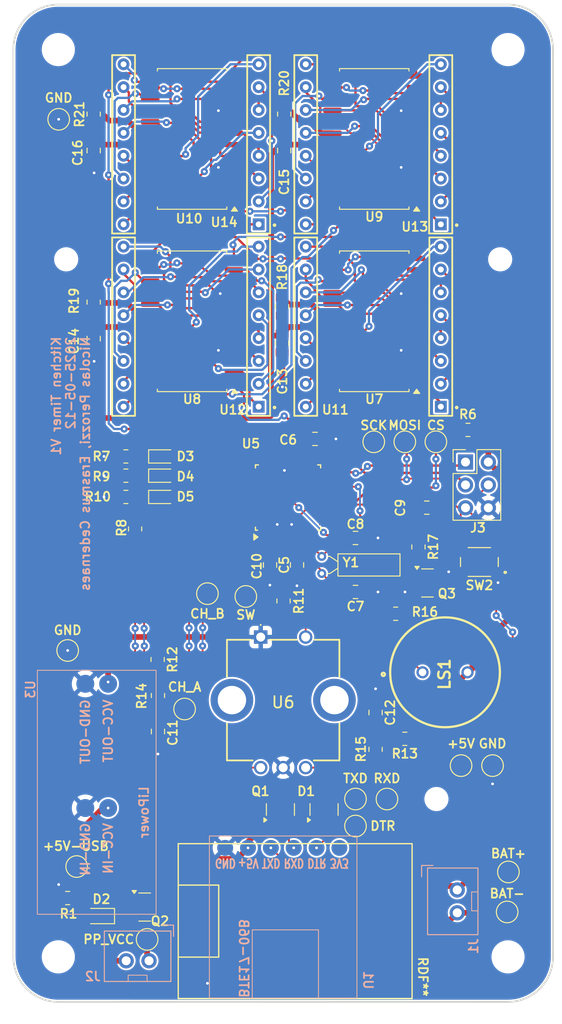
<source format=kicad_pcb>
(kicad_pcb (version 20241229) (generator "pcbnew") (generator_version "9.0")
  (layers (0 "F.Cu" signal) (2 "B.Cu" power) (13 "F.Paste" user) (15 "B.Paste" user) (5 "F.SilkS" user "F.Silkscreen") (7 "B.SilkS" user "B.Silkscreen") (1 "F.Mask" user) (3 "B.Mask" user) (25 "Edge.Cuts" user))
  (property "MAT1A" "Mat1A")
  (property "MAT1B" "Mat1B")
  (property "MAT2A" "Mat2A")
  (property "MAT2B" "Mat2B")
  (property "MAT_1A" "Matrix 1A")
  (property "MAT_1B" "Matrix 1B")
  (property "MAT_2A" "Matrix 2A")
  (property "MAT_2B" "Matrix 2B")
  (property "VCC" "+5V")
  (net 0 "")
  (net 1 "GND")
  (net 2 "+5V")
  (net 3 "/Microcontroller/XTAL1")
  (net 4 "/Microcontroller/XTAL2")
  (net 5 "/Microcontroller/RESET")
  (net 6 "/Microcontroller/DTR")
  (net 7 "/Microcontroller/SW")
  (net 8 "/Microcontroller/ENCODER_CH_A")
  (net 9 "/Microcontroller/ENCODER_CH_B")
  (net 10 "/Microcontroller/MCU_RXD")
  (net 11 "Net-(D1-A)")
  (net 12 "/+5V Boost Converter/PP_VCC")
  (net 13 "/BMS & Power Path/+5V-USB")
  (net 14 "Net-(D3-K)")
  (net 15 "/Microcontroller/TEST_LED1")
  (net 16 "Net-(D4-K)")
  (net 17 "/Microcontroller/TEST_LED2")
  (net 18 "Net-(D5-K)")
  (net 19 "/Microcontroller/TEST_LED3")
  (net 20 "/BMS & Power Path/BAT-")
  (net 21 "/BMS & Power Path/BAT+")
  (net 22 "/+5V Boost Converter/PP_VCC_after_switch")
  (net 23 "/LED Matrices Drivers/MOSI")
  (net 24 "/LED Matrices Drivers/SCK")
  (net 25 "/Microcontroller/MISO")
  (net 26 "Net-(Q3-C)")
  (net 27 "Net-(Q1-S)")
  (net 28 "/Microcontroller/MCU_TXD")
  (net 29 "Net-(Q3-B)")
  (net 30 "/LED Matrices Drivers/CS")
  (net 31 "Net-(U6-NO)")
  (net 32 "Net-(U6-CHANNEL_A)")
  (net 33 "Net-(U6-CHANNEL_B)")
  (net 34 "/Microcontroller/SPEAKER")
  (net 35 "Net-(U7-ISET)")
  (net 36 "Net-(U8-ISET)")
  (net 37 "Net-(U9-ISET)")
  (net 38 "Net-(U10-ISET)")
  (net 54 "/LED Matrices Drivers/Mat1A.DIG_0")
  (net 55 "/LED Matrices Drivers/Mat1A.SEG_E")
  (net 56 "/LED Matrices Drivers/Mat1A.SEG_D")
  (net 57 "/LED Matrices Drivers/Mat1A.DIG_6")
  (net 58 "/LED Matrices Drivers/Mat1A.SEG_B")
  (net 59 "/LED Matrices Drivers/Mat1A.SEG_DP")
  (net 60 "/LED Matrices Drivers/Mat1A.DIG_1")
  (net 61 "/LED Matrices Drivers/Mat1A.SEG_G")
  (net 62 "/LED Matrices Drivers/Mat1A.DIG_4")
  (net 63 "/LED Matrices Drivers/Mat1A.SEG_C")
  (net 64 "/LED Matrices Drivers/Mat1A.SEG_F")
  (net 65 "/LED Matrices Drivers/Mat1A.DIG_7")
  (net 66 "/LED Matrices Drivers/Mat1A.DIG_3")
  (net 67 "/LED Matrices Drivers/Mat1A.DIG_5")
  (net 68 "/LED Matrices Drivers/Mat1A.DIG_2")
  (net 69 "/LED Matrices Drivers/Mat1A.SEG_A")
  (net 70 "Net-(U7-DOUT)")
  (net 71 "/LED Matrices Drivers/Mat1B.DIG_3")
  (net 72 "/LED Matrices Drivers/Mat1B.SEG_F")
  (net 73 "/LED Matrices Drivers/Mat1B.DIG_5")
  (net 74 "/LED Matrices Drivers/Mat1B.SEG_D")
  (net 75 "/LED Matrices Drivers/Mat1B.DIG_4")
  (net 76 "/LED Matrices Drivers/Mat1B.SEG_C")
  (net 77 "/LED Matrices Drivers/Mat1B.SEG_G")
  (net 78 "/LED Matrices Drivers/Mat1B.DIG_6")
  (net 79 "/LED Matrices Drivers/Mat1B.DIG_7")
  (net 80 "/LED Matrices Drivers/Mat1B.SEG_A")
  (net 81 "Net-(U8-DOUT)")
  (net 82 "/LED Matrices Drivers/Mat1B.DIG_0")
  (net 83 "/LED Matrices Drivers/Mat1B.DIG_1")
  (net 84 "/LED Matrices Drivers/Mat1B.SEG_E")
  (net 85 "/LED Matrices Drivers/Mat1B.DIG_2")
  (net 86 "/LED Matrices Drivers/Mat1B.SEG_B")
  (net 87 "/LED Matrices Drivers/Mat1B.SEG_DP")
  (net 88 "/LED Matrices Drivers/Mat2A.DIG_0")
  (net 89 "/LED Matrices Drivers/Mat2A.DIG_6")
  (net 90 "/LED Matrices Drivers/Mat2A.DIG_5")
  (net 91 "/LED Matrices Drivers/Mat2A.SEG_F")
  (net 92 "/LED Matrices Drivers/Mat2A.SEG_C")
  (net 93 "/LED Matrices Drivers/Mat2A.DIG_1")
  (net 94 "/LED Matrices Drivers/Mat2A.DIG_4")
  (net 95 "/LED Matrices Drivers/Mat2A.SEG_DP")
  (net 96 "/LED Matrices Drivers/Mat2A.DIG_7")
  (net 97 "/LED Matrices Drivers/Mat2A.SEG_E")
  (net 98 "Net-(U10-DIN)")
  (net 99 "/LED Matrices Drivers/Mat2A.SEG_D")
  (net 100 "/LED Matrices Drivers/Mat2A.SEG_B")
  (net 101 "/LED Matrices Drivers/Mat2A.SEG_A")
  (net 102 "/LED Matrices Drivers/Mat2A.DIG_3")
  (net 103 "/LED Matrices Drivers/Mat2A.SEG_G")
  (net 104 "/LED Matrices Drivers/Mat2A.DIG_2")
  (net 105 "/LED Matrices Drivers/Mat2B.DIG_2")
  (net 106 "/LED Matrices Drivers/Mat2B.SEG_E")
  (net 107 "/LED Matrices Drivers/Mat2B.SEG_G")
  (net 108 "/LED Matrices Drivers/Mat2B.SEG_D")
  (net 109 "/LED Matrices Drivers/Mat2B.DIG_5")
  (net 110 "/LED Matrices Drivers/Mat2B.DIG_0")
  (net 111 "/LED Matrices Drivers/Mat2B.DIG_7")
  (net 112 "/LED Matrices Drivers/Mat2B.SEG_DP")
  (net 113 "/LED Matrices Drivers/Mat2B.DIG_4")
  (net 114 "/LED Matrices Drivers/Mat2B.DIG_1")
  (net 115 "/LED Matrices Drivers/Mat2B.SEG_A")
  (net 117 "/LED Matrices Drivers/Mat2B.SEG_F")
  (net 118 "/LED Matrices Drivers/Mat2B.DIG_6")
  (net 119 "/LED Matrices Drivers/Mat2B.SEG_B")
  (net 120 "/LED Matrices Drivers/Mat2B.SEG_C")
  (net 121 "/LED Matrices Drivers/Mat2B.DIG_3")
  (footprint "Capacitor_SMD:C_0805_2012Metric_Pad1.18x1.45mm_HandSolder" (layer "F.Cu") (at 165.04 87.184)
    (property "Reference" "C8")
    (property "Value" "22pF")
  )
  (footprint "LED_SMD:LED_0603_1608Metric_Pad1.05x0.95mm_HandSolder" (layer "F.Cu") (at 143.7024 78.1304)
    (property "Reference" "D3")
    (property "Value" "Red test LED")
  )
  (footprint "Capacitor_SMD:C_0805_2012Metric_Pad1.18x1.45mm_HandSolder" (layer "F.Cu") (at 167.2736 106.5784 90)
    (property "Reference" "C12")
    (property "Value" "10nF")
  )
  (footprint "Resistor_SMD:R_0805_2012Metric_Pad1.20x1.40mm_HandSolder" (layer "F.Cu") (at 143.0775 104.684 -90)
    (property "Reference" "R14")
    (property "Value" "10k")
  )
  (footprint "Capacitor_SMD:C_0805_2012Metric_Pad1.18x1.45mm_HandSolder" (layer "F.Cu") (at 157.1136 44.1515 -90)
    (property "Reference" "C15")
    (property "Value" "100nF")
  )
  (footprint "kitchen_timer:SW_SKRPACE010" (layer "F.Cu") (at 178.813 89.857 180)
    (property "Reference" "SW2")
    (property "Value" "SKRPACE010")
  )
  (footprint "Connector_PinHeader_2.54mm:PinHeader_2x03_P2.54mm_Vertical" (layer "F.Cu") (at 177.2704 78.755)
    (property "Reference" "J3")
    (property "Value" "AVR-ISP-6")
  )
  (footprint "Package_SO:SOIC-24W_7.5x15.4mm_P1.27mm" (layer "F.Cu") (at 167.127 42.865 180)
    (property "Reference" "U9")
    (property "Value" "MAX7219")
  )
  (footprint "Resistor_SMD:R_0805_2012Metric_Pad1.20x1.40mm_HandSolder" (layer "F.Cu") (at 170.5248 109.4952 180)
    (property "Reference" "R13")
    (property "Value" "10k")
  )
  (footprint "MountingHole:MountingHole_2.2mm_M2" (layer "F.Cu") (at 132.873 56.2372)
    (property "Reference" "H2" (hide yes))
    (property "Value" "MountingHole" (hide yes))
  )
  (footprint "kitchen_timer:KWM-20882CUYB" (layer "F.Cu") (at 146.873 43.46 90)
    (property "Reference" "U14")
    (property "Value" "KWM-20882CUYB")
  )
  (footprint "TestPoint:TestPoint_Pad_D2.0mm" (layer "F.Cu") (at 167.0704 76.5048)
    (property "Reference" "TP3" (hide yes))
    (property "Value" "SCK")
  )
  (footprint "LED_SMD:LED_0603_1608Metric_Pad1.05x0.95mm_HandSolder" (layer "F.Cu") (at 143.7024 80.2674)
    (property "Reference" "D4")
    (property "Value" "Red test LED")
  )
  (footprint "MountingHole:MountingHole_3.2mm_M3" (layer "F.Cu") (at 182 133.7144)
    (property "Reference" "H6" (hide yes))
    (property "Value" "MountingHole" (hide yes))
  )
  (footprint "Capacitor_SMD:C_0805_2012Metric_Pad1.18x1.45mm_HandSolder" (layer "F.Cu") (at 158.54 90.184 -90)
    (property "Reference" "C5")
    (property "Value" "100nF")
  )
  (footprint "Package_SO:SOIC-24W_7.5x15.4mm_P1.27mm" (layer "F.Cu") (at 146.873 42.865 180)
    (property "Reference" "U10")
    (property "Value" "MAX7219")
  )
  (footprint "TestPoint:TestPoint_Pad_D2.0mm" (layer "F.Cu") (at 148.5792 93.3704)
    (property "Reference" "TP10" (hide yes))
    (property "Value" "CH_B")
  )
  (footprint "kitchen_timer:KWM-20882CUYB" (layer "F.Cu") (at 167.127 43.46 90)
    (property "Reference" "U13")
    (property "Value" "KWM-20882CUYB")
  )
  (footprint "TestPoint:TestPoint_Pad_D2.0mm" (layer "F.Cu") (at 165.04 119.184)
    (property "Reference" "TP6" (hide yes))
    (property "Value" "DTR")
  )
  (footprint "TestPoint:TestPoint_Pad_D2.0mm" (layer "F.Cu") (at 176.7784 112.4712)
    (property "Reference" "TP12" (hide yes))
    (property "Value" "+5V")
  )
  (footprint "kitchen_timer:PS1240P02BT" (layer "F.Cu") (at 174.9952 102.108 90)
    (property "Reference" "LS1")
    (property "Value" "PS1240P02CT3" (hide yes))
  )
  (footprint "Crystal:Crystal_C26-LF_D2.1mm_L6.5mm_Horizontal" (layer "F.Cu") (at 161.29 91.134 90)
    (property "Reference" "Y1")
    (property "Value" "Crystal-32kHz")
  )
  (footprint "Resistor_SMD:R_0805_2012Metric_Pad1.20x1.40mm_HandSolder" (layer "F.Cu") (at 133.04 127.184)
    (property "Reference" "R1")
    (property "Value" "10k")
  )
  (footprint "Package_TO_SOT_SMD:SOT-23" (layer "F.Cu") (at 156.692 117.348 90)
    (property "Reference" "Q1")
    (property "Value" "JSM2302")
  )
  (footprint "MountingHole:MountingHole_2.2mm_M2" (layer "F.Cu") (at 181.127 56.2372)
    (property "Reference" "H1" (hide yes))
    (property "Value" "MountingHole" (hide yes))
  )
  (footprint "kitchen_timer:MMBT3904 (SOT-23)" (layer "F.Cu") (at 173.04 92.184)
    (property "Reference" "Q3")
    (property "Value" "MMBT3904")
  )
  (footprint "Capacitor_SMD:C_0805_2012Metric_Pad1.18x1.45mm_HandSolder" (layer "F.Cu") (at 156.885 65.5425 -90)
    (property "Reference" "C13")
    (property "Value" "100nF")
  )
  (footprint "TestPoint:TestPoint_Pad_D2.0mm" (layer "F.Cu") (at 146.04 106.184)
    (property "Reference" "TP9" (hide yes))
    (property "Value" "CH_A")
  )
  (footprint "Resistor_SMD:R_0805_2012Metric_Pad1.20x1.40mm_HandSolder" (layer "F.Cu") (at 157.04 94.184 90)
    (property "Reference" "R11")
    (property "Value" "10k")
  )
  (footprint "Resistor_SMD:R_0805_2012Metric_Pad1.20x1.40mm_HandSolder" (layer "F.Cu") (at 167.2736 110.6636 90)
    (property "Reference" "R15")
    (property "Value" "10k")
  )
  (footprint "TestPoint:TestPoint_Pad_D2.0mm" (layer "F.Cu") (at 141.8736 131.7752)
    (property "Reference" "TP13" (hide yes))
    (property "Value" "PP_VCC")
  )
  (footprint "MountingHole:MountingHole_3.2mm_M3" (layer "F.Cu") (at 182 32.94)
    (property "Reference" "H4" (hide yes))
    (property "Value" "MountingHole" (hide yes))
  )
  (footprint "Capacitor_SMD:C_0805_2012Metric_Pad1.18x1.45mm_HandSolder" (layer "F.Cu") (at 155.54 90.184 -90)
    (property "Reference" "C10")
    (property "Value" "10nF")
  )
  (footprint "TestPoint:TestPoint_Pad_D2.0mm" (layer "F.Cu") (at 180.2784 112.4712)
    (property "Reference" "TP15" (hide yes))
    (property "Value" "GND")
  )
  (footprint "Capacitor_SMD:C_0805_2012Metric_Pad1.18x1.45mm_HandSolder" (layer "F.Cu") (at 143.0775 108.684 -90)
    (property "Reference" "C11")
    (property "Value" "10nF")
  )
  (footprint "Resistor_SMD:R_0805_2012Metric_Pad1.20x1.40mm_HandSolder" (layer "F.Cu") (at 139.5134 78.1304 180)
    (property "Reference" "R7")
    (property "Value" "1k")
  )
  (footprint "TestPoint:TestPoint_Pad_D2.0mm" (layer "F.Cu") (at 132.04 40.684)
    (property "Reference" "TP8" (hide yes))
    (property "Value" "GND")
  )
  (footprint "kitchen_timer:TP4056_BREAKOUT" (layer "F.Cu") (at 158.3328 129.7432)
    (property "Reference" "U2" (hide yes))
    (property "Value" "TP4056 breakout")
  )
  (footprint "LED_SMD:LED_0603_1608Metric_Pad1.05x0.95mm_HandSolder" (layer "F.Cu") (at 143.7024 82.6304)
    (property "Reference" "D5")
    (property "Value" "Red test LED")
  )
  (footprint "Resistor_SMD:R_0805_2012Metric_Pad1.20x1.40mm_HandSolder" (layer "F.Cu") (at 177.54 75.184 180)
    (property "Reference" "R6")
    (property "Value" "10k")
  )
  (footprint "Capacitor_SMD:C_0805_2012Metric_Pad1.18x1.45mm_HandSolder" (layer "F.Cu") (at 160.54 76.184)
    (property "Reference" "C6")
    (property "Value" "100nF")
  )
  (footprint "Resistor_SMD:R_0805_2012Metric_Pad1.20x1.40mm_HandSolder" (layer "F.Cu") (at 139.5134 80.2674 180)
    (property "Reference" "R9")
    (property "Value" "1k")
  )
  (footprint "Package_TO_SOT_SMD:SOT-23" (layer "F.Cu") (at 161.544 117.348 90)
    (property "Reference" "D1")
    (property "Value" "BAS40")
  )
  (footprint "TestPoint:TestPoint_Pad_D2.0mm" (layer "F.Cu") (at 152.8464 93.684)
    (property "Reference" "TP11" (hide yes))
    (property "Value" "SW")
  )
  (footprint "Package_SO:SOIC-24W_7.5x15.4mm_P1.27mm" (layer "F.Cu") (at 167.127 63.119 180)
    (property "Reference" "U7")
    (property "Value" "MAX7219")
  )
  (footprint "kitchen_timer:KWM-20882CUYB" (layer "F.Cu") (at 146.873 63.714 90)
    (property "Reference" "U12")
    (property "Value" "KWM-20882CUYB")
  )
  (footprint "TestPoint:TestPoint_Pad_D2.0mm" (layer "F.Cu") (at 173.9792 76.5048)
    (property "Reference" "TP5" (hide yes))
    (property "Value" "CS")
  )
  (footprint "Resistor_SMD:R_0805_2012Metric_Pad1.20x1.40mm_HandSolder" (layer "F.Cu") (at 172.04 88.184 -90)
    (property "Reference" "R17")
    (property "Value" "1k")
  )
  (footprint "Package_SO:SOIC-24W_7.5x15.4mm_P1.27mm" (layer "F.Cu") (at 146.873 63.119 180)
    (property "Reference" "U8")
    (property "Value" "MAX7219")
  )
  (footprint "kitchen_timer:PEC11R4215FS0024" (layer "F.Cu") (at 154.5 98.1952)
    (property "Reference" "U6")
    (property "Value" "PEC11R-4215F-S0024" (hide yes))
  )
  (footprint "Resistor_SMD:R_0805_2012Metric_Pad1.20x1.40mm_HandSolder" (layer "F.Cu") (at 135.93 40.1035 90)
    (property "Reference" "R21")
    (property "Value" "62K")
  )
  (footprint "Package_TO_SOT_SMD:SOT-23" (layer "F.Cu") (at 141.6025 128.184)
    (property "Reference" "Q2")
    (property "Value" "IRLML6402")
  )
  (footprint "MountingHole:MountingHole_2.2mm_M2" (layer "F.Cu") (at 174.04 116.184)
    (property "Reference" "H7" (hide yes))
    (property "Value" "MountingHole")
  )
  (footprint "Resistor_SMD:R_0805_2012Metric_Pad1.20x1.40mm_HandSolder" (layer "F.Cu") (at 156.885 61.484 90)
    (property "Reference" "R18")
    (property "Value" "62K")
  )
  (footprint "Capacitor_SMD:C_0805_2012Metric_Pad1.18x1.45mm_HandSolder" (layer "F.Cu") (at 135.93 65.0455 -90)
    (property "Reference" "C14")
    (property "Value" "100nF")
  )
  (footprint "Resistor_SMD:R_0805_2012Metric_Pad1.20x1.40mm_HandSolder" (layer "F.Cu") (at 139.5134 82.6304 180)
    (property "Reference" "R10")
    (property "Value" "1k")
  )
  (footprint "kitchen_timer:KWM-20882CUYB" (layer "F.Cu") (at 167.127 63.714 90)
    (property "Reference" "U11")
    (property "Value" "KWM-20882CUYB")
  )
  (footprint "Resistor_SMD:R_0805_2012Metric_Pad1.20x1.40mm_HandSolder" (layer "F.Cu") (at 169.5088 95.6056 180)
    (property "Reference" "R16")
    (property "Value" "1k")
  )
  (footprint "TestPoint:TestPoint_Pad_D2.0mm" (layer "F.Cu") (at 168.54 116.184)
    (property "Reference" "TP4" (hide yes))
    (property "Value" "RXD")
  )
  (footprint "Resistor_SMD:R_0805_2012Metric_Pad1.20x1.40mm_HandSolder" (layer "F.Cu") (at 135.93 60.987 90)
    (property "Reference" "R19")
    (property "Value" "62K")
  )
  (footprint "Package_QFP:TQFP-32_7x7mm_P0.8mm" (layer "F.Cu") (at 157.54 82.6952 90)
    (property "Reference" "U5")
    (property "Value" "ATMEGA328P-AU")
  )
  (footprint "Resistor_SMD:R_0805_2012Metric_Pad1.20x1.40mm_HandSolder" (layer "F.Cu") (at 143.04 100.684 -90)
    (property "Reference" "R12")
    (property "Value" "10k")
  )
  (footprint "TestPoint:TestPoint_Pad_D2.0mm" (layer "F.Cu") (at 134.04 123.684)
    (property "Reference" "TP7" (hide yes))
    (property "Value" "+5V-USB")
  )
  (footprint "Capacitor_SMD:C_0805_2012Metric_Pad1.18x1.45mm_HandSolder" (layer "F.Cu") (at 172.9632 83.82 180)
    (property "Reference" "C9")
    (property "Value" "100nF")
  )
  (footprint "Diode_SMD:D_SOD-323F" (layer "F.Cu") (at 136.64 129.184 180)
    (property "Reference" "D2")
    (property "Value" "PMEG4010CEJ")
  )
  (footprint "MountingHole:MountingHole_3.2mm_M3" (layer "F.Cu") (at 132 133.7144)
    (property "Reference" "H5" (hide yes))
    (property "Value" "MountingHole" (hide yes))
  )
  (footprint "Resistor_SMD:R_0805_2012Metric_Pad1.20x1.40mm_HandSolder" (layer "F.Cu") (at 157.1136 40.1035 90)
    (property "Reference" "R20")
    (property "Value" "62K")
  )
  (footprint "Capacitor_SMD:C_0805_2012Metric_Pad1.18x1.45mm_HandSolder" (layer "F.Cu") (at 135.93 44.1515 -90)
    (property "Reference" "C16")
    (property "Value" "100nF")
  )
  (footprint "Resistor_SMD:R_0805_2012Metric_Pad1.20x1.40mm_HandSolder" (layer "F.Cu") (at 140.54 86.184 90)
    (property "Reference" "R8")
    (property "Value" "10k")
  )
  (footprint "TestPoint:TestPoint_Pad_D2.0mm" (layer "F.Cu") (at 133.04 99.684)
    (property "Reference" "TP14" (hide yes))
    (property "Value" "GND")
  )
  (footprint "TestPoint:TestPoint_Pad_D2.0mm" (layer "F.Cu") (at 182.04 124.284 180)
    (property "Reference" "TP16" (hide yes))
    (property "Value" "BAT+")
  )
  (footprint "MountingHole:MountingHole_3.2mm_M3" (layer "F.Cu") (at 132 32.94)
    (property "Reference" "H3" (hide yes))
    (property "Value" "MountingHole" (hide yes))
  )
  (footprint "TestPoint:TestPoint_Pad_D2.0mm" (layer "F.Cu") (at 181.904 128.7272 180)
    (property "Reference" "TP17" (hide yes))
    (property "Value" "BAT-")
  )
  (footprint "Capacitor_SMD:C_0805_2012Metric_Pad1.18x1.45mm_HandSolder" (layer "F.Cu") (at 165.04 93.184)
    (property "Reference" "C7")
    (property "Value" "22pF" (hide yes))
  )
  (footprint "TestPoint:TestPoint_Pad_D2.0mm" (layer "F.Cu") (at 170.5248 76.5048)
    (property "Reference" "TP1" (hide yes))
    (property "Value" "MOSI")
  )
  (footprint "TestPoint:TestPoint_Pad_D2.0mm" (layer "F.Cu") (at 165.04 116.184)
    (property "Reference" "TP2" (hide yes))
    (property "Value" "TXD")
  )
  (footprint "kitchen_timer:SparkFun_LiPower" (layer "B.Cu") (at 136.27 115.434 -90)
    (property "Reference" "U3")
    (property "Value" "SparkFun_LiPower")
  )
  (footprint "kitchen_timer:JST_XH_1x02_P2.54mm_Vertical" (layer "B.Cu") (at 144.5152 136.4488 180)
    (property "Reference" "J2")
    (property "Value" "Conn_01x02_Pin")
  )
  (footprint "kitchen_timer:CH340E_UART_BREAKOUT" (layer "B.Cu") (at 148.8 138.2894 90)
    (property "Reference" "U1")
    (property "Value" "CH340E UART Module")
  )
  (footprint "kitchen_timer:JST_XH_1x02_P2.54mm_Vertical" (layer "B.Cu") (at 178.6528 123.8504 -90)
    (property "Reference" "J1")
    (property "Value" "Conn_01x02")
  )
  (gr_arc (start 187 133.7144) (mid 185.535534 137.249934) (end 182 138.7144) (stroke (width 0.2)) (layer "Edge.Cuts"))
  (gr_arc (start 182 27.94) (mid 185.535534 29.404466) (end 187 32.94) (stroke (width 0.2)) (layer "Edge.Cuts"))
  (gr_arc (start 132 138.7144) (mid 128.464466 137.249934) (end 127 133.7144) (stroke (width 0.2)) (layer "Edge.Cuts"))
  (gr_line (start 182 138.7144) (end 132 138.71) (stroke (width 0.2)) (layer "Edge.Cuts"))
  (gr_arc (start 127 32.94) (mid 128.464466 29.404466) (end 132 27.94) (stroke (width 0.2)) (layer "Edge.Cuts"))
  (gr_line (start 132 27.94) (end 182 27.94) (stroke (width 0.2)) (layer "Edge.Cuts"))
  (gr_line (start 187 32.94) (end 187 133.7144) (stroke (width 0.2)) (layer "Edge.Cuts"))
  (gr_line (start 127 133.7144) (end 127 32.94) (stroke (width 0.2)) (layer "Edge.Cuts"))
  (gr_text "Kitchen Timer V1\n2025-05-12\nNicolas Perozzi, Erasmus Cedernaes" (at 135.5744 64.7192 90) (layer "B.SilkS") (effects (font (size 1 1.016) (thickness 0.195) (bold yes)) (justify left bottom mirror)))
  (segment (start 151.523 59.944) (end 150.1032 59.944) (width 0.635) (layer "F.Cu") (net 1))
  (segment (start 156.885 67.945) (end 156.885 66.58) (width 0.635) (layer "F.Cu") (net 1))
  (segment (start 170.1336 46.04) (end 170.1184 46.0248) (width 0.635) (layer "F.Cu") (net 1))
  (segment (start 157.94 86.9452) (end 157.94 85.684) (width 0.2) (layer "F.Cu") (net 1))
  (segment (start 170.22 59.944) (end 170.1184 60.0456) (width 0.635) (layer "F.Cu") (net 1))
  (segment (start 146.6488 136.6432) (end 148.5704 136.6432) (width 0.635) (layer "F.Cu") (net 1))
  (segment (start 135.93 46.5836) (end 135.9808 46.6344) (width 0.635) (layer "F.Cu") (net 1))
  (segment (start 157.14 78.4452) (end 157.14 79.684) (width 0.2) (layer "F.Cu") (net 1))
  (segment (start 137.0774 82.6304) (end 138.5134 82.6304) (width 0.2) (layer "F.Cu") (net 1))
  (segment (start 156.34 86.9452) (end 156.34 85.684) (width 0.2) (layer "F.Cu") (net 1))
  (segment (start 167.2736 105.5409) (end 167.2736 103.9368) (width 0.2) (layer "F.Cu") (net 1))
  (segment (start 150.1032 59.944) (end 150.0016 60.0456) (width 0.635) (layer "F.Cu") (net 1))
  (segment (start 155.54 91.2215) (end 155.54 92.407826) (width 0.2) (layer "F.Cu") (net 1))
  (segment (start 149.834 39.69) (end 149.7984 39.7256) (width 0.635) (layer "F.Cu") (net 1))
  (segment (start 149.8136 46.04) (end 151.523 46.04) (width 0.635) (layer "F.Cu") (net 1))
  (segment (start 155.54 92.407826) (end 155.524827 92.422999) (width 0.2) (layer "F.Cu") (net 1))
  (segment (start 175.4016 90.940184) (end 176.729816 90.940184) (width 0.254) (layer "F.Cu") (net 1))
  (segment (start 170.54 93.184) (end 172.0525 93.184) (width 0.2) (layer "F.Cu") (net 1))
  (segment (start 166.0775 87.184) (end 167.54 87.184) (width 0.2) (layer "F.Cu") (net 1))
  (segment (start 180.2784 114.5032) (end 180.2784 112.4712) (width 0.2) (layer "F.Cu") (net 1))
  (segment (start 151.523 66.294) (end 149.8492 66.294) (width 0.635) (layer "F.Cu") (net 1))
  (segment (start 143.0775 109.7215) (end 143.0775 111.184) (width 0.2) (layer "F.Cu") (net 1))
  (segment (start 138.5134 78.1304) (end 137.0774 78.1304) (width 0.2) (layer "F.Cu") (net 1))
  (segment (start 157.1136 46.4312) (end 157.1136 45.189) (width 0.635) (layer "F.Cu") (net 1))
  (segment (start 171.777 59.944) (end 170.22 59.944) (width 0.635) (layer "F.Cu") (net 1))
  (segment (start 132.04 127.184) (end 132.04 125.684) (width 0.635) (layer "F.Cu") (net 1))
  (segment (start 156.9104 67.9704) (end 156.885 67.945) (width 0.635) (layer "F.Cu") (net 1))
  (segment (start 166.0775 93.184) (end 167.54 93.184) (width 0.2) (layer "F.Cu") (net 1))
  (segment (start 170.1692 66.294) (end 170.1184 66.3448) (width 0.635) (layer "F.Cu") (net 1))
  (segment (start 135.93 67.5132) (end 135.9808 67.564) (width 0.635) (layer "F.Cu") (net 1))
  (segment (start 148.5704 136.6432) (end 148.5792 136.652) (width 0.635) (layer "F.Cu") (net 1))
  (segment (start 171.777 66.294) (end 170.1692 66.294) (width 0.635) (layer "F.Cu") (net 1))
  (segment (start 135.93 45.189) (end 135.93 46.5836) (width 0.635) (layer "F.Cu") (net 1))
  (segment (start 162.863 76.184) (end 161.5775 76.184) (width 0.2) (layer "F.Cu") (net 1))
  (segment (start 149.8492 66.294) (end 149.7984 66.3448) (width 0.635) (layer "F.Cu") (net 1))
  (segment (start 180.888 92.1512) (end 180.888 90.932) (width 0.2) (layer "F.Cu") (net 1))
  (segment (start 172.0525 93.184) (end 172.1025 93.134) (width 0.2) (layer "F.Cu") (net 1))
  (segment (start 176.729816 90.940184) (end 176.738 90.932) (width 0.254) (layer "F.Cu") (net 1))
  (segment (start 158.54 91.2215) (end 158.54 92.481679) (width 0.2) (layer "F.Cu") (net 1))
  (segment (start 149.7984 46.0248) (end 149.8136 46.04) (width 0.635) (layer "F.Cu") (net 1))
  (segment (start 156.9104 70.4088) (end 156.9104 67.9704) (width 0.635) (layer "F.Cu") (net 1))
  (segment (start 171.777 46.04) (end 170.1336 46.04) (width 0.635) (layer "F.Cu") (net 1))
  (segment (start 158.54 92.481679) (end 158.529504 92.492175) (width 0.2) (layer "F.Cu") (net 1))
  (segment (start 171.777 39.69) (end 170.154 39.69) (width 0.635) (layer "F.Cu") (net 1))
  (segment (start 170.154 39.69) (end 170.1184 39.7256) (width 0.635) (layer "F.Cu") (net 1))
  (segment (start 138.5134 80.2674) (end 137.0774 80.2674) (width 0.2) (layer "F.Cu") (net 1))
  (segment (start 135.93 66.083) (end 135.93 67.5132) (width 0.635) (layer "F.Cu") (net 1))
  (segment (start 151.523 39.69) (end 149.834 39.69) (width 0.635) (layer "F.Cu") (net 1))
  (via (at 148.5792 136.652) (size 0.8) (drill 0.3) (layers "F.Cu" "B.Cu") (net 1))
  (via (at 167.54 87.184) (size 0.8) (drill 0.3) (layers "F.Cu" "B.Cu") (net 1))
  (via (at 170.54 93.184) (size 0.8) (drill 0.3) (layers "F.Cu" "B.Cu") (net 1))
  (via (at 170.1184 66.3448) (size 0.8) (drill 0.3) (layers "F.Cu" "B.Cu") (net 1))
  (via (at 149.7984 66.3448) (size 0.8) (drill 0.3) (layers "F.Cu" "B.Cu") (net 1))
  (via (at 156.9104 70.4088) (size 0.8) (drill 0.3) (layers "F.Cu" "B.Cu") (net 1))
  (via (at 149.7984 39.7256) (size 0.8) (drill 0.3) (layers "F.Cu" "B.Cu") (net 1))
  (via (at 150.0016 60.0456) (size 0.8) (drill 0.3) (layers "F.Cu" "B.Cu") (net 1))
  (via (at 133.04 99.684) (size 0.8) (drill 0.3) (layers "F.Cu" "B.Cu") (net 1))
  (via (at 157.1136 46.4312) (size 0.8) (drill 0.3) (layers "F.Cu" "B.Cu") (net 1))
  (via (at 135.9808 46.6344) (size 0.8) (drill 0.3) (layers "F.Cu" "B.Cu") (net 1))
  (via (at 157.94 85.684) (size 0.8) (drill 0.3) (layers "F.Cu" "B.Cu") (net 1))
  (via (at 167.54 93.184) (size 0.8) (drill 0.3) (layers "F.Cu" "B.Cu") (net 1))
  (via (at 175.4016 90.940184) (size 0.8) (drill 0.3) (layers "F.Cu" "B.Cu") (net 1))
  (via (at 137.0774 82.6304) (size 0.8) (drill 0.3) (layers "F.Cu" "B.Cu") (net 1))
  (via (at 137.0774 78.1304) (size 0.8) (drill 0.3) (layers "F.Cu" "B.Cu") (net 1))
  (via (at 149.7984 46.0248) (size 0.8) (drill 0.3) (layers "F.Cu" "B.Cu") (net 1))
  (via (at 132.04 40.684) (size 0.8) (drill 0.3) (layers "F.Cu" "B.Cu") (net 1))
  (via (at 180.2784 114.5032) (size 0.8) (drill 0.3) (layers "F.Cu" "B.Cu") (net 1))
  (via (at 167.2736 103.9368) (size 0.8) (drill 0.3) (layers "F.Cu" "B.Cu") (net 1))
  (via (at 170.1184 60.0456) (size 0.8) (drill 0.3) (layers "F.Cu" "B.Cu") (net 1))
  (via (at 132.04 125.684) (size 0.8) (drill 0.3) (layers "F.Cu" "B.Cu") (net 1))
  (via (at 156.34 85.684) (size 0.8) (drill 0.3) (layers "F.Cu" "B.Cu") (net 1))
  (via (at 155.524827 92.422999) (size 0.8) (drill 0.3) (layers "F.Cu" "B.Cu") (net 1))
  (via (at 143.0775 111.184) (size 0.8) (drill 0.3) (layers "F.Cu" "B.Cu") (net 1))
  (via (at 180.888 92.1512) (size 0.8) (drill 0.3) (layers "F.Cu" "B.Cu") (net 1))
  (via (at 170.1184 39.7256) (size 0.8) (drill 0.3) (layers "F.Cu" "B.Cu") (net 1))
  (via (at 157.14 79.684) (size 0.8) (drill 0.3) (layers "F.Cu" "B.Cu") (net 1))
  (via (at 137.0774 80.2674) (size 0.8) (drill 0.3) (layers "F.Cu" "B.Cu") (net 1))
  (via (at 135.9808 67.564) (size 0.8) (drill 0.3) (layers "F.Cu" "B.Cu") (net 1))
  (via (at 162.863 76.184) (size 0.8) (drill 0.3) (layers "F.Cu" "B.Cu") (net 1))
  (via (at 158.529504 92.492175) (size 0.8) (drill 0.3) (layers "F.Cu" "B.Cu") (net 1))
  (via (at 170.1184 46.0248) (size 0.8) (drill 0.3) (layers "F.Cu" "B.Cu") (net 1))
  (segment (start 155.6665 44.5611) (end 157.1136 43.114) (width 0.635) (layer "F.Cu") (net 2))
  (segment (start 179.8104 76.4544) (end 178.54 75.184) (width 0.635) (layer "F.Cu") (net 2))
  (segment (start 136.184 63.754) (end 142.223 63.754) (width 0.635) (layer "F.Cu") (net 2))
  (segment (start 167.04 100.184) (end 167.04 99.7) (width 0.635) (layer "F.Cu") (net 2))
  (segment (start 160.04 100.184) (end 160.868123 99.355877) (width 0.635) (layer "F.Cu") (net 2))
  (segment (start 135.93 43.114) (end 136.316 43.5) (width 0.635) (layer "F.Cu") (net 2))
  (segment (start 171.5248 104.6992) (end 171.5248 109.4952) (width 0.635) (layer "F.Cu") (net 2))
  (segment (start 160.04 100.184) (end 167.04 100.184) (width 0.635) (layer "F.Cu") (net 2))
  (segment (start 160.868123 99.355877) (end 160.868123 92.1525) (width 0.635) (layer "F.Cu") (net 2))
  (segment (start 143.04 99.184) (end 143.04 99.684) (width 0.635) (layer "F.Cu") (net 2))
  (segment (start 136.0096 98.6536) (end 137.54 100.184) (width 0.635) (layer "F.Cu") (net 2))
  (segment (start 155.6415 64.7192) (end 155.6665 64.6942) (width 0.635) (layer "F.Cu") (net 2))
  (segment (start 159.54 84.0112) (end 158.74 84.8112) (width 0.2) (layer "F.Cu") (net 2))
  (segment (start 134.6854 77.184) (end 134.6854 74.8792) (width 0.635) (layer "F.Cu") (net 2))
  (segment (start 176.7784 112.4712) (end 173.8024 109.4952) (width 0.2) (layer "F.Cu") (net 2))
  (segment (start 134.6854 97.3582) (end 134.6854 77.184) (width 0.635) (layer "F.Cu") (net 2))
  (segment (start 178.04 101.684) (end 178.04 100.184) (width 0.635) (layer "F.Cu") (net 2))
  (segment (start 134.6854 74.8792) (end 134.6854 64.1096) (width 0.635) (layer "F.Cu") (net 2))
  (segment (start 136.316 43.5) (end 142.223 43.5) (width 0.635) (layer "F.Cu") (net 2))
  (segment (start 158.54 89.258692) (end 158.54 89.1465) (width 0.635) (layer "F.Cu") (net 2))
  (segment (start 134.6854 64.1096) (end 134.6854 58.6243) (width 0.635) (layer "F.Cu") (net 2))
  (segment (start 157.1136 41.1035) (end 157.1136 43.114) (width 0.635) (layer "F.Cu") (net 2))
  (segment (start 179.8104 78.755) (end 179.8104 76.4544) (width 0.635) (layer "F.Cu") (net 2))
  (segment (start 155.3708 73.8632) (end 135.7776 73.8632) (width 0.635) (layer "F.Cu") (net 2))
  (segment (start 159.54 78.4452) (end 159.54 76.2215) (width 0.2) (layer "F.Cu") (net 2))
  (segment (start 156.885 64.505) (end 157.636 63.754) (width 0.635) (layer "F.Cu") (net 2))
  (segment (start 134.6854 58.6243) (end 135.7776 57.5321) (width 0.635) (layer "F.Cu") (net 2))
  (segment (start 159.7835 90.502192) (end 158.54 89.258692) (width 0.635) (layer "F.Cu") (net 2))
  (segment (start 137.54 89.184) (end 139.54 87.184) (width 0.635) (layer "F.Cu") (net 2))
  (segment (start 137.54 100.184) (end 137.54 103.184) (width 0.635) (layer "F.Cu") (net 2))
  (segment (start 157.636 63.754) (end 162.477 63.754) (width 0.635) (layer "F.Cu") (net 2))
  (segment (start 142.04 98.184) (end 150.04 98.184) (width 0.635) (layer "F.Cu") (net 2))
  (segment (start 171.54 104.684) (end 171.5248 104.6992) (width 0.635) (layer "F.Cu") (net 2))
  (segment (start 159.54 78.4452) (end 159.54 84.0112) (width 0.2) (layer "F.Cu") (net 2))
  (segment (start 134.6865 44.3575) (end 135.93 43.114) (width 0.635) (layer "F.Cu") (net 2))
  (segment (start 178.04 100.184) (end 182.54 95.684) (width 0.635) (layer "F.Cu") (net 2))
  (segment (start 134.787 64.008) (end 135.93 64.008) (width 0.635) (layer "F.Cu") (net 2))
  (segment (start 156.885 62.484) (end 156.885 64.505) (width 0.635) (layer "F.Cu") (net 2))
  (segment (start 139.54 87.184) (end 140.54 87.184) (width 0.635) (layer "F.Cu") (net 2))
  (segment (start 135.7776 73.8632) (end 134.7616 74.8792) (width 0.635) (layer "F.Cu") (net 2))
  (segment (start 158.74 84.8112) (end 158.74 86.9452) (width 0.2) (layer "F.Cu") (net 2))
  (segment (start 177.616 102.108) (end 178.04 101.684) (width 0.635) (layer "F.Cu") (net 2))
  (segment (start 135.7776 53.34) (end 134.6865 52.2489) (width 0.635) (layer "F.Cu") (net 2))
  (segment (start 171.54 104.684) (end 174.9192 104.684) (width 0.635) (layer "F.Cu") (net 2))
  (segment (start 135.9808 98.6536) (end 136.0096 98.6536) (width 0.635) (layer "F.Cu") (net 2))
  (segment (start 135.6854 76.184) (end 134.6854 77.184) (width 0.635) (layer "F.Cu") (net 2))
  (segment (start 134.6854 64.1096) (end 134.787 64.008) (width 0.635) (layer "F.Cu") (net 2))
  (segment (start 137.54 100.184) (end 137.54 98.184) (width 0.635) (layer "F.Cu") (net 2))
  (segment (start 134.7616 74.8792) (end 134.6854 74.8792) (width 0.635) (layer "F.Cu") (net 2))
  (segment (start 150.04 98.184) (end 152.04 100.184) (width 0.635) (layer "F.Cu") (net 2))
  (segment (start 177.4952 102.108) (end 177.616 102.108) (width 0.635) (layer "F.Cu") (net 2))
  (segment (start 155.6415 64.7192) (end 155.6415 73.5925) (width 0.635) (layer "F.Cu") (net 2))
  (segment (start 135.7776 57.5321) (end 135.7776 53.34) (width 0.635) (layer "F.Cu") (net 2))
  (segment (start 134.6865 52.2489) (end 134.6865 44.3575) (width 0.635) (layer "F.Cu") (net 2))
  (segment (start 135.9808 98.6536) (end 134.6854 97.3582) (width 0.635) (layer "F.Cu") (net 2))
  (segment (start 160.868123 92.1525) (end 159.7835 91.067877) (width 0.635) (layer "F.Cu") (net 2))
  (segment (start 152.04 100.184) (end 160.04 100.184) (width 0.635) (layer "F.Cu") (net 2))
  (segment (start 182.54 81.4846) (end 179.8104 78.755) (width 0.635) (layer "F.Cu") (net 2))
  (segment (start 137.54 98.184) (end 142.04 98.184) (width 0.635) (layer "F.Cu") (net 2))
  (segment (start 135.93 41.1035) (end 135.93 43.114) (width 0.635) (layer "F.Cu") (net 2))
  (segment (start 167.04 99.7) (end 168.5088 98.2312) (width 0.635) (layer "F.Cu") (net 2))
  (segment (start 158.0025 89.1465) (end 158.54 89.1465) (width 0.2) (layer "F.Cu") (net 2))
  (segment (start 156.885 64.505) (end 156.6708 64.7192) (width 0.635) (layer "F.Cu") (net 2))
  (segment (start 155.6665 64.6942) (end 155.6665 44.5611) (width 0.635) (layer "F.Cu") (net 2))
  (segment (start 158.74 86.9452) (end 158.74 88.9465) (width 0.2) (layer "F.Cu") (net 2))
  (segment (start 157.14 86.9452) (end 157.14 88.284) (width 0.2) (layer "F.Cu") (net 2))
  (segment (start 155.6415 73.5925) (end 155.3708 73.8632) (width 0.635) (layer "F.Cu") (net 2))
  (segment (start 159.54 76.2215) (end 159.5025 76.184) (width 0.2) (layer "F.Cu") (net 2))
  (segment (start 168.5088 98.2312) (end 168.5088 95.6056) (width 0.635) (layer "F.Cu") (net 2))
  (segment (start 157.14 88.284) (end 158.0025 89.1465) (width 0.2) (layer "F.Cu") (net 2))
  (segment (start 174.9192 104.684) (end 177.4952 102.108) (width 0.635) (layer "F.Cu") (net 2))
  (segment (start 142.04 98.184) (end 143.04 99.184) (width 0.635) (layer "F.Cu") (net 2))
  (segment (start 156.6708 64.7192) (end 155.6415 64.7192) (width 0.635) (layer "F.Cu") (net 2))
  (segment (start 167.04 100.184) (end 171.54 104.684) (width 0.635) (layer "F.Cu") (net 2))
  (segment (start 159.7835 91.067877) (end 159.7835 90.502192) (width 0.635) (layer "F.Cu") (net 2))
  (segment (start 159.5025 76.184) (end 135.6854 76.184) (width 0.635) (layer "F.Cu") (net 2))
  (segment (start 173.8024 109.4952) (end 171.5248 109.4952) (width 0.2) (layer "F.Cu") (net 2))
  (segment (start 157.4996 43.5) (end 162.477 43.5) (width 0.635) (layer "F.Cu") (net 2))
  (segment (start 135.93 61.987) (end 135.93 64.008) (width 0.635) (layer "F.Cu") (net 2))
  (segment (start 137.54 98.184) (end 137.54 89.184) (width 0.635) (layer "F.Cu") (net 2))
  (segment (start 135.93 64.008) (end 136.184 63.754) (width 0.635) (layer "F.Cu") (net 2))
  (segment (start 158.74 88.9465) (end 158.54 89.1465) (width 0.2) (layer "F.Cu") (net 2))
  (segment (start 157.1136 43.114) (end 157.4996 43.5) (width 0.635) (layer "F.Cu") (net 2))
  (segment (start 182.54 95.684) (end 182.54 81.4846) (width 0.635) (layer "F.Cu") (net 2))
  (via (at 137.54 103.184) (size 0.8) (drill 0.3) (layers "F.Cu" "B.Cu") (net 2))
  (segment (start 137.54 103.384) (end 137.54 103.184) (width 0.2) (layer "B.Cu") (net 2))
  (segment (start 161.29 91.134) (end 161.29 90.8412) (width 0.2) (layer "F.Cu") (net 3))
  (segment (start 161.29 90.8412) (end 159.7552 89.3064) (width 0.2) (layer "F.Cu") (net 3))
  (segment (start 162.0025 93.184) (end 162.0025 91.8465) (width 0.2) (layer "F.Cu") (net 3))
  (segment (start 159.7552 87.1604) (end 159.54 86.9452) (width 0.2) (layer "F.Cu") (net 3))
  (segment (start 162.0025 91.8465) (end 161.29 91.134) (width 0.2) (layer "F.Cu") (net 3))
  (segment (start 159.7552 89.3064) (end 159.7552 87.1604) (width 0.2) (layer "F.Cu") (net 3))
  (segment (start 164.0025 93.184) (end 162.0025 93.184) (width 0.2) (layer "F.Cu") (net 3))
  (segment (start 160.34 87.984) (end 160.34 86.9452) (width 0.2) (layer "F.Cu") (net 4))
  (segment (start 163.34 87.184) (end 161.29 89.234) (width 0.2) (layer "F.Cu") (net 4))
  (segment (start 160.54 88.184) (end 160.34 87.984) (width 0.2) (layer "F.Cu") (net 4))
  (segment (start 161.29 89.234) (end 160.54 88.484) (width 0.2) (layer "F.Cu") (net 4))
  (segment (start 160.54 88.484) (end 160.54 88.184) (width 0.2) (layer "F.Cu") (net 4))
  (segment (start 164.0025 87.184) (end 163.34 87.184) (width 0.2) (layer "F.Cu") (net 4))
  (segment (start 177.2704 83.835) (end 180.888 87.4526) (width 0.2) (layer "F.Cu") (net 5))
  (segment (start 174.792 82.1944) (end 167.696026 82.1944) (width 0.2) (layer "F.Cu") (net 5))
  (segment (start 176.738 84.3674) (end 177.2704 83.835) (width 0.2) (layer "F.Cu") (net 5))
  (segment (start 141.0775 85.1465) (end 144.5775 85.1465) (width 0.2) (layer "F.Cu") (net 5))
  (segment (start 161.4824 86.5632) (end 161.7872 86.868) (width 0.2) (layer "F.Cu") (net 5))
  (segment (start 176.4326 83.835) (end 174.792 82.1944) (width 0.2) (layer "F.Cu") (net 5))
  (segment (start 165.881364 83.5232) (end 166.367226 83.5232) (width 0.2) (layer "F.Cu") (net 5))
  (segment (start 171.9257 83.82) (end 166.664026 83.82) (width 0.2) (layer "F.Cu") (net 5))
  (segment (start 144.5775 85.1465) (end 146.6288 83.0952) (width 0.2) (layer "F.Cu") (net 5))
  (segment (start 158.0144 83.0952) (end 153.29 83.0952) (width 0.2) (layer "F.Cu") (net 5))
  (segment (start 158.7392 83.82) (end 158.0144 83.0952) (width 0.2) (layer "F.Cu") (net 5))
  (segment (start 165.198636 83.5232) (end 165.249636 83.4722) (width 0.2) (layer "F.Cu") (net 5))
  (segment (start 176.738 88.782) (end 176.738 84.3674) (width 0.2) (layer "F.Cu") (net 5))
  (segment (start 140.54 85.184) (end 141.04 85.184) (width 0.2) (layer "F.Cu") (net 5))
  (segment (start 164.2008 83.5232) (end 165.198636 83.5232) (width 0.2) (layer "F.Cu") (net 5))
  (segment (start 141.04 85.184) (end 141.0775 85.1465) (width 0.2) (layer "F.Cu") (net 5))
  (segment (start 165.249636 83.4722) (end 165.830364 83.4722) (width 0.2) (layer "F.Cu") (net 5))
  (segment (start 146.6288 83.0952) (end 153.29 83.0952) (width 0.2) (layer "F.Cu") (net 5))
  (segment (start 161.7872 86.868) (end 162.356 86.868) (width 0.2) (layer "F.Cu") (net 5))
  (segment (start 180.888 87.4526) (end 180.888 88.782) (width 0.2) (layer "F.Cu") (net 5))
  (segment (start 163.389 85.835) (end 163.389 84.335) (width 0.2) (layer "F.Cu") (net 5))
  (segment (start 177.2704 83.835) (end 176.4326 83.835) (width 0.2) (layer "F.Cu") (net 5))
  (segment (start 166.664026 83.82) (end 166.367226 83.5232) (width 0.2) (layer "F.Cu") (net 5))
  (segment (start 167.696026 82.1944) (end 166.367226 83.5232) (width 0.2) (layer "F.Cu") (net 5))
  (segment (start 163.389 84.335) (end 164.2008 83.5232) (width 0.2) (layer "F.Cu") (net 5))
  (segment (start 165.830364 83.4722) (end 165.881364 83.5232) (width 0.2) (layer "F.Cu") (net 5))
  (segment (start 162.356 86.868) (end 163.389 85.835) (width 0.2) (layer "F.Cu") (net 5))
  (via (at 161.4824 86.5632) (size 0.8) (drill 0.3) (layers "F.Cu" "B.Cu") (net 5))
  (via (at 158.7392 83.82) (size 0.8) (drill 0.3) (layers "F.Cu" "B.Cu") (net 5))
  (segment (start 161.4824 86.5632) (end 158.7392 83.82) (width 0.2) (layer "B.Cu") (net 5))
  (segment (start 180.6848 94.996) (end 178.4496 92.7608) (width 0.2) (layer "F.Cu") (net 6))
  (segment (start 173.077882 119.184) (end 165.04 119.184) (width 0.2) (layer "F.Cu") (net 6))
  (segment (start 178.4496 113.812282) (end 173.077882 119.184) (width 0.2) (layer "F.Cu") (net 6))
  (segment (start 163.135525 119.184) (end 160.710125 121.6094) (width 0.2) (layer "F.Cu") (net 6))
  (segment (start 165.04 119.184) (end 163.135525 119.184) (width 0.2) (layer "F.Cu") (net 6))
  (segment (start 180.6848 95.8088) (end 180.6848 94.996) (width 0.2) (layer "F.Cu") (net 6))
  (segment (start 176.2144 92.7608) (end 174.0007 90.5471) (width 0.2) (layer "F.Cu") (net 6))
  (segment (start 174.0007 90.5471) (end 174.0007 83.82) (width 0.2) (layer "F.Cu") (net 6))
  (segment (start 182.5136 104.3432) (end 178.4496 108.4072) (width 0.2) (layer "F.Cu") (net 6))
  (segment (start 178.4496 92.7608) (end 176.2144 92.7608) (width 0.2) (layer "F.Cu") (net 6))
  (segment (start 182.5136 97.6376) (end 182.5136 104.3432) (width 0.2) (layer "F.Cu") (net 6))
  (segment (start 178.4496 108.4072) (end 178.4496 113.812282) (width 0.2) (layer "F.Cu") (net 6))
  (via (at 180.6848 95.8088) (size 0.8) (drill 0.3) (layers "F.Cu" "B.Cu") (net 6))
  (via (at 182.5136 97.6376) (size 0.8) (drill 0.3) (layers "F.Cu" "B.Cu") (net 6))
  (via (at 160.710125 121.6094) (size 0.8) (drill 0.3) (layers "F.Cu" "B.Cu") (net 6))
  (segment (start 182.5136 97.6376) (end 180.6848 95.8088) (width 0.2) (layer "B.Cu") (net 6))
  (segment (start 156.54 93.684) (end 152.8464 93.684) (width 0.2) (layer "F.Cu") (net 7))
  (segment (start 157.04 93.184) (end 156.54 93.684) (width 0.2) (layer "F.Cu") (net 7))
  (segment (start 157.04 93.184) (end 157.04 90.6465) (width 0.2) (layer "F.Cu") (net 7))
  (segment (start 155.54 86.9452) (end 155.54 89.1465) (width 0.2) (layer "F.Cu") (net 7))
  (segment (start 157.04 90.6465) (end 155.54 89.1465) (width 0.2) (layer "F.Cu") (net 7))
  (segment (start 146.54 90.184) (end 151.2288 85.4952) (width 0.2) (layer "F.Cu") (net 8))
  (segment (start 151.2288 85.4952) (end 153.29 85.4952) (width 0.2) (layer "F.Cu") (net 8))
  (segment (start 143.5775 106.184) (end 143.0775 105.684) (width 0.2) (layer "F.Cu") (net 8))
  (segment (start 146.54 97.184) (end 146.54 90.184) (width 0.2) (layer "F.Cu") (net 8))
  (segment (start 146.54 99.184) (end 146.54 102.2215) (width 0.2) (layer "F.Cu") (net 8))
  (segment (start 143.0775 107.6465) (end 143.0775 105.684) (width 0.2) (layer "F.Cu") (net 8))
  (segment (start 146.04 106.184) (end 143.5775 106.184) (width 0.2) (layer "F.Cu") (net 8))
  (segment (start 146.54 102.2215) (end 143.0775 105.684) (width 0.2) (layer "F.Cu") (net 8))
  (via (at 146.54 99.184) (size 0.8) (drill 0.3) (layers "F.Cu" "B.Cu") (net 8))
  (via (at 146.54 97.184) (size 0.8) (drill 0.3) (layers "F.Cu" "B.Cu") (net 8))
  (segment (start 146.54 99.184) (end 146.54 97.184) (width 0.2) (layer "B.Cu") (net 8))
  (segment (start 148.04 107.684) (end 148.04 99.184) (width 0.2) (layer "F.Cu") (net 9))
  (segment (start 148.051315 93.898285) (end 148.5792 93.3704) (width 0.2) (layer "F.Cu") (net 9))
  (segment (start 148.5792 93.106) (end 154.74 86.9452) (width 0.2) (layer "F.Cu") (net 9))
  (segment (start 167.2736 109.6636) (end 167.2736 107.6159) (width 0.2) (layer "F.Cu") (net 9))
  (segment (start 148.5792 93.3704) (end 148.5792 93.106) (width 0.2) (layer "F.Cu") (net 9))
  (segment (start 148.04 107.684) (end 150.0196 109.6636) (width 0.2) (layer "F.Cu") (net 9))
  (segment (start 148.051315 97.170655) (end 148.051315 93.898285) (width 0.2) (layer "F.Cu") (net 9))
  (segment (start 167.2736 109.6636) (end 150.0196 109.6636) (width 0.2) (layer "F.Cu") (net 9))
  (via (at 148.051315 97.170655) (size 0.8) (drill 0.3) (layers "F.Cu" "B.Cu") (net 9))
  (via (at 148.04 99.184) (size 0.8) (drill 0.3) (layers "F.Cu" "B.Cu") (net 9))
  (segment (start 148.04 99.184) (end 148.04 97.184) (width 0.2) (layer "B.Cu") (net 9))
  (segment (start 140.54 113.7792) (end 143.7024 116.9416) (width 0.2) (layer "F.Cu") (net 10))
  (segment (start 155.843632 116.9416) (end 156.351032 117.449) (width 0.2) (layer "F.Cu") (net 10))
  (segment (start 150.79525 83.8952) (end 153.29 83.8952) (width 0.2) (layer "F.Cu") (net 10))
  (segment (start 161.544 116.4105) (end 161.8135 116.4105) (width 0.2) (layer "F.Cu") (net 10))
  (segment (start 143.7024 116.9416) (end 155.843632 116.9416) (width 0.2) (layer "F.Cu") (net 10))
  (segment (start 140.54 94.15045) (end 150.79525 83.8952) (width 0.2) (layer "F.Cu") (net 10))
  (segment (start 162.04 116.184) (end 165.04 116.184) (width 0.2) (layer "F.Cu") (net 10))
  (segment (start 140.54 99.104908) (end 140.54 113.7792) (width 0.2) (layer "F.Cu") (net 10))
  (segment (start 158.137532 116.4105) (end 161.544 116.4105) (width 0.2) (layer "F.Cu") (net 10))
  (segment (start 140.54 97.2665) (end 140.54 94.15045) (width 0.2) (layer "F.Cu") (net 10))
  (segment (start 156.351032 117.449) (end 157.099032 117.449) (width 0.2) (layer "F.Cu") (net 10))
  (segment (start 157.099032 117.449) (end 158.137532 116.4105) (width 0.2) (layer "F.Cu") (net 10))
  (segment (start 161.8135 116.4105) (end 162.04 116.184) (width 0.2) (layer "F.Cu") (net 10))
  (via (at 140.54 97.231203) (size 0.8) (drill 0.3) (layers "F.Cu" "B.Cu") (net 10))
  (via (at 140.559943 99.184001) (size 0.8) (drill 0.3) (layers "F.Cu" "B.Cu") (net 10))
  (segment (start 140.54 97.2665) (end 140.54 99.098092) (width 0.2) (layer "B.Cu") (net 10))
  (segment (start 140.54 99.098092) (end 140.536592 99.1015) (width 0.2) (layer "B.Cu") (net 10))
  (segment (start 159.3488 119.5307) (end 159.3488 122.2248) (width 0.2) (layer "F.Cu") (net 11))
  (segment (start 158.536 123.0376) (end 157.058325 123.0376) (width 0.2) (layer "F.Cu") (net 11))
  (segment (start 157.058325 123.0376) (end 155.630125 121.6094) (width 0.2) (layer "F.Cu") (net 11))
  (segment (start 160.594 118.2855) (end 159.3488 119.5307) (width 0.2) (layer "F.Cu") (net 11))
  (segment (start 159.3488 122.2248) (end 158.536 123.0376) (width 0.2) (layer "F.Cu") (net 11))
  (via (at 155.630125 121.6094) (size 0.8) (drill 0.3) (layers "F.Cu" "B.Cu") (net 11))
  (segment (start 141.8736 133.9372) (end 142.0852 134.1488) (width 0.635) (layer "F.Cu") (net 12))
  (segment (start 141.8736 130.3426) (end 140.665 129.134) (width 0.635) (layer "F.Cu") (net 12))
  (segment (start 141.8736 131.7752) (end 141.8736 130.3426) (width 0.635) (layer "F.Cu") (net 12))
  (segment (start 137.79 129.134) (end 137.74 129.184) (width 0.635) (layer "F.Cu") (net 12))
  (segment (start 141.8736 131.7752) (end 141.8736 133.9372) (width 0.635) (layer "F.Cu") (net 12))
  (segment (start 140.665 129.134) (end 137.79 129.134) (width 0.635) (layer "F.Cu") (net 12))
  (segment (start 140.665 127.234) (end 144.8614 123.0376) (width 0.635) (layer "F.Cu") (net 13))
  (segment (start 151.856325 122.8432) (end 153.090125 121.6094) (width 0.635) (layer "F.Cu") (net 13))
  (segment (start 146.6488 122.8432) (end 151.856325 122.8432) (width 0.635) (layer "F.Cu") (net 13))
  (segment (start 153.090125 121.6094) (end 153.090125 120.937375) (width 0.635) (layer "F.Cu") (net 13))
  (segment (start 153.090125 120.937375) (end 155.742 118.2855) (width 0.635) (layer "F.Cu") (net 13))
  (segment (start 135.54 129.184) (end 135.54 128.684) (width 0.635) (layer "F.Cu") (net 13))
  (segment (start 144.8614 123.0376) (end 146.4544 123.0376) (width 0.635) (layer "F.Cu") (net 13))
  (segment (start 140.665 127.234) (end 137.49 127.234) (width 0.635) (layer "F.Cu") (net 13))
  (segment (start 146.4544 123.0376) (end 146.6488 122.8432) (width 0.635) (layer "F.Cu") (net 13))
  (segment (start 135.54 128.684) (end 134.04 127.184) (width 0.635) (layer "F.Cu") (net 13))
  (segment (start 137.49 127.234) (end 135.54 129.184) (width 0.635) (layer "F.Cu") (net 13))
  (segment (start 134.04 127.184) (end 134.04 123.684) (width 0.635) (layer "F.Cu") (net 13))
  (via (at 153.090125 121.6094) (size 0.8) (drill 0.3) (layers "F.Cu" "B.Cu") (net 13))
  (segment (start 140.5134 78.1304) (end 142.8274 78.1304) (width 0.2) (layer "F.Cu") (net 14))
  (segment (start 155.3302 77.3172) (end 155.54 77.527) (width 0.254) (layer "F.Cu") (net 15))
  (segment (start 144.5774 78.1304) (end 145.3906 77.3172) (width 0.254) (layer "F.Cu") (net 15))
  (segment (start 145.3906 77.3172) (end 155.3302 77.3172) (width 0.254) (layer "F.Cu") (net 15))
  (segment (start 155.54 77.527) (end 155.54 78.4452) (width 0.254) (layer "F.Cu") (net 15))
  (segment (start 140.5134 80.2674) (end 142.8274 80.2674) (width 0.2) (layer "F.Cu") (net 16))
  (segment (start 154.74 78.4452) (end 146.3996 78.4452) (width 0.254) (layer "F.Cu") (net 17))
  (segment (start 146.3996 78.4452) (end 144.5774 80.2674) (width 0.254) (layer "F.Cu") (net 17))
  (segment (start 140.5134 82.6304) (end 142.8274 82.6304) (width 0.2) (layer "F.Cu") (net 18))
  (segment (start 144.5774 82.6304) (end 147.3126 79.8952) (width 0.254) (layer "F.Cu") (net 19))
  (segment (start 147.3126 79.8952) (end 153.29 79.8952) (width 0.254) (layer "F.Cu") (net 19))
  (segment (start 181.0968 128.7272) (end 181.904 128.7272) (width 0.635) (layer "F.Cu") (net 20))
  (segment (start 181.0036 128.8204) (end 181.0968 128.7272) (width 0.635) (layer "F.Cu") (net 20))
  (segment (start 176.3528 128.8204) (end 181.0036 128.8204) (width 0.635) (layer "F.Cu") (net 20))
  (segment (start 169.5088 133.6432) (end 171.53 133.6432) (width 0.635) (layer "F.Cu") (net 20))
  (segment (start 171.53 133.6432) (end 176.3528 128.8204) (width 0.635) (layer "F.Cu") (net 20))
  (segment (start 178.3492 124.284) (end 182.04 124.284) (width 0.635) (layer "F.Cu") (net 21))
  (segment (start 167.168 128.184) (end 142.54 128.184) (width 0.635) (layer "F.Cu") (net 21))
  (segment (start 175.9156 125.8432) (end 176.3528 126.2804) (width 0.635) (layer "F.Cu") (net 21))
  (segment (start 169.5088 125.8432) (end 175.9156 125.8432) (width 0.635) (layer "F.Cu") (net 21))
  (segment (start 176.3528 126.2804) (end 178.3492 124.284) (width 0.635) (layer "F.Cu") (net 21))
  (segment (start 169.5088 125.8432) (end 167.168 128.184) (width 0.635) (layer "F.Cu") (net 21))
  (segment (start 129.6816 124.46) (end 136.9576 117.184) (width 0.635) (layer "F.Cu") (net 22))
  (segment (start 136.9576 117.184) (end 137.54 117.184) (width 0.635) (layer "F.Cu") (net 22))
  (segment (start 139.5452 134.1488) (end 136.4744 134.1488) (width 0.635) (layer "F.Cu") (net 22))
  (segment (start 136.4744 134.1488) (end 129.6816 127.356) (width 0.635) (layer "F.Cu") (net 22))
  (segment (start 129.6816 127.356) (end 129.6816 124.46) (width 0.635) (layer "F.Cu") (net 22))
  (via (at 137.54 117.184) (size 0.8) (drill 0.3) (layers "F.Cu" "B.Cu") (net 22))
  (segment (start 174.939716 80.592076) (end 170.831124 80.592076) (width 0.2) (layer "F.Cu") (net 23))
  (segment (start 170.728 76.0984) (end 170.728 76.3016) (width 0.254) (layer "F.Cu") (net 23))
  (segment (start 178.6594 82.446) (end 179.8104 81.295) (width 0.2) (layer "F.Cu") (net 23))
  (segment (start 170.728 76.708) (end 170.5248 76.5048) (width 0.254) (layer "F.Cu") (net 23))
  (segment (start 176.79364 82.446) (end 178.6594 82.446) (width 0.2) (layer "F.Cu") (net 23))
  (segment (start 174.939716 80.592076) (end 176.79364 82.446) (width 0.2) (layer "F.Cu") (net 23))
  (segment (start 170.728 76.3016) (end 170.5248 76.5048) (width 0.254) (layer "F.Cu") (net 23))
  (segment (start 170.728 78.4194) (end 170.728 76.708) (width 0.254) (layer "F.Cu") (net 23))
  (segment (start 170.728 80.6952) (end 161.79 80.6952) (width 0.2) (layer "F.Cu") (net 23))
  (segment (start 171.777 75.0494) (end 170.728 76.0984) (width 0.254) (layer "F.Cu") (net 23))
  (segment (start 170.831124 80.592076) (end 170.728 80.6952) (width 0.2) (layer "F.Cu") (net 23))
  (segment (start 171.777 70.104) (end 171.777 75.0494) (width 0.254) (layer "F.Cu") (net 23))
  (via (at 170.728 78.4194) (size 0.8) (drill 0.3) (layers "F.Cu" "B.Cu") (net 23))
  (via (at 170.728 80.6952) (size 0.8) (drill 0.3) (layers "F.Cu" "B.Cu") (net 23))
  (segment (start 170.728 80.6952) (end 170.728 78.4194) (width 0.254) (layer "B.Cu") (net 23))
  (segment (start 142.223 35.88) (end 141.923001 35.580001) (width 0.254) (layer "F.Cu") (net 24))
  (segment (start 153.44655 35.6616) (end 152.60015 36.508) (width 0.254) (layer "F.Cu") (net 24))
  (segment (start 151.772671 53.769353) (end 144.092444 53.769353) (width 0.254) (layer "F.Cu") (net 24))
  (segment (start 154.188118 56.1848) (end 151.772671 53.769353) (width 0.254) (layer "F.Cu") (net 24))
  (segment (start 142.1722 56.1848) (end 142.223 56.134) (width 0.254) (layer "F.Cu") (net 24))
  (segment (start 165.13 78.4452) (end 164.4288 78.4452) (width 0.254) (layer "F.Cu") (net 24))
  (segment (start 160.34 78.4452) (end 162.2788 78.4452) (width 0.254) (layer "F.Cu") (net 24))
  (segment (start 138.8256 56.1848) (end 142.1722 56.1848) (width 0.254) (layer "F.Cu") (net 24))
  (segment (start 147.5968 36.508) (end 146.9688 35.88) (width 0.254) (layer "F.Cu") (net 24))
  (segment (start 154.749 56.1848) (end 154.188118 56.1848) (width 0.254) (layer "F.Cu") (net 24))
  (segment (start 166.0544 79.9592) (end 175.9346 79.9592) (width 0.254) (layer "F.Cu") (net 24))
  (segment (start 152.60015 36.508) (end 147.5968 36.508) (width 0.254) (layer "F.Cu") (net 24))
  (segment (start 163.4384 75.0824) (end 163.904898 75.548898) (width 0.254) (layer "F.Cu") (net 24))
  (segment (start 137.588 37.377757) (end 137.588 37.971615) (width 0.254) (layer "F.Cu") (net 24))
  (segment (start 139.3229 75.0824) (end 163.4384 75.0824) (width 0.254) (layer "F.Cu") (net 24))
  (segment (start 137.588 57.4224) (end 137.588 46.862787) (width 0.254) (layer "F.Cu") (net 24))
  (segment (start 141.923001 35.580001) (end 139.385756 35.580001) (width 0.254) (layer "F.Cu") (net 24))
  (segment (start 162.2586 35.6616) (end 153.44655 35.6616) (width 0.254) (layer "F.Cu") (net 24))
  (segment (start 163.904898 75.548898) (end 163.904898 76.819102) (width 0.254) (layer "F.Cu") (net 24))
  (segment (start 164.4288 78.4452) (end 164.5404 78.4452) (width 0.254) (layer "F.Cu") (net 24))
  (segment (start 156.758 56.134) (end 156.7072 56.1848) (width 0.254) (layer "F.Cu") (net 24))
  (segment (start 139.385756 35.580001) (end 137.588 37.377757) (width 0.254) (layer "F.Cu") (net 24))
  (segment (start 162.477 56.134) (end 156.758 56.134) (width 0.254) (layer "F.Cu") (net 24))
  (segment (start 162.477 35.88) (end 162.2586 35.6616) (width 0.254) (layer "F.Cu") (net 24))
  (segment (start 137.588 58.940284) (end 137.588 57.4224) (width 0.254) (layer "F.Cu") (net 24))
  (segment (start 167.0704 76.5048) (end 165.13 78.4452) (width 0.254) (layer "F.Cu") (net 24))
  (segment (start 144.092444 53.769353) (end 142.223 55.638797) (width 0.254) (layer "F.Cu") (net 24))
  (segment (start 142.223 55.638797) (end 142.223 56.134) (width 0.254) (layer "F.Cu") (net 24))
  (segment (start 146.9688 35.88) (end 142.223 35.88) (width 0.254) (layer "F.Cu") (net 24))
  (segment (start 163.904898 76.819102) (end 162.2788 78.4452) (width 0.254) (layer "F.Cu") (net 24))
  (segment (start 175.9346 79.9592) (end 177.2704 81.295) (width 0.254) (layer "F.Cu") (net 24))
  (segment (start 162.2788 78.4452) (end 164.4288 78.4452) (width 0.254) (layer "F.Cu") (net 24))
  (segment (start 137.588 57.4224) (end 138.8256 56.1848) (width 0.254) (layer "F.Cu") (net 24))
  (segment (start 164.5404 78.4452) (end 166.0544 79.9592) (width 0.254) (layer "F.Cu") (net 24))
  (via (at 154.749 56.1848) (size 0.8) (drill 0.3) (layers "F.Cu" "B.Cu") (net 24))
  (via (at 139.3229 75.0824) (size 0.8) (drill 0.3) (layers "F.Cu" "B.Cu") (net 24))
  (via (at 137.588 46.862787) (size 0.8) (drill 0.3) (layers "F.Cu" "B.Cu") (net 24))
  (via (at 137.588 37.971615) (size 0.8) (drill 0.3) (layers "F.Cu" "B.Cu") (net 24))
  (via (at 156.7072 56.1848) (size 0.8) (drill 0.3) (layers "F.Cu" "B.Cu") (net 24))
  (via (at 137.588 58.940284) (size 0.8) (drill 0.3) (layers "F.Cu" "B.Cu") (net 24))
  (segment (start 156.7072 56.1848) (end 154.749 56.1848) (width 0.254) (layer "B.Cu") (net 24))
  (segment (start 137.588 58.940284) (end 137.588 59.8424) (width 0.254) (layer "B.Cu") (net 24))
  (segment (start 137.588 59.8424) (end 137.6064 59.8608) (width 0.254) (layer "B.Cu") (net 24))
  (segment (start 137.6064 74.4728) (end 138.216 75.0824) (width 0.254) (layer "B.Cu") (net 24))
  (segment (start 138.216 75.0824) (end 139.3229 75.0824) (width 0.254) (layer "B.Cu") (net 24))
  (segment (start 137.6064 59.8608) (end 137.6064 74.4728) (width 0.254) (layer "B.Cu") (net 24))
  (segment (start 137.588 46.862787) (end 137.588 37.971615) (width 0.254) (layer "B.Cu") (net 24))
  (segment (start 166.451067 79.1464) (end 176.879 79.1464) (width 0.254) (layer "F.Cu") (net 25))
  (segment (start 166.365267 79.2322) (end 166.451067 79.1464) (width 0.254) (layer "F.Cu") (net 25))
  (segment (start 164.962268 79.8952) (end 161.79 79.8952) (width 0.254) (layer "F.Cu") (net 25))
  (segment (start 165.062268 79.9952) (end 164.962268 79.8952) (width 0.254) (layer "F.Cu") (net 25))
  (segment (start 176.879 79.1464) (end 177.2704 78.755) (width 0.254) (layer "F.Cu") (net 25))
  (via (at 165.062268 79.9952) (size 0.8) (drill 0.3) (layers "F.Cu" "B.Cu") (net 25))
  (via (at 166.365267 79.2322) (size 0.8) (drill 0.3) (layers "F.Cu" "B.Cu") (net 25))
  (segment (start 165.062268 79.9952) (end 165.602267 79.9952) (width 0.254) (layer "B.Cu") (net 25))
  (segment (start 165.602267 79.9952) (end 166.365267 79.2322) (width 0.254) (layer "B.Cu") (net 25))
  (segment (start 172.5568 95.6056) (end 173.9792 94.1832) (width 0.2) (layer "F.Cu") (net 26))
  (segment (start 170.5088 95.6056) (end 170.5088 100.1216) (width 0.2) (layer "F.Cu") (net 26))
  (segment (start 173.9775 94.1815) (end 173.9775 92.184) (width 0.2) (layer "F.Cu") (net 26))
  (segment (start 173.9792 94.1832) (end 173.9775 94.1815) (width 0.2) (layer "F.Cu") (net 26))
  (segment (start 170.5088 95.6056) (end 172.5568 95.6056) (width 0.2) (layer "F.Cu") (net 26))
  (segment (start 170.5088 100.1216) (end 172.4952 102.108) (width 0.2) (layer "F.Cu") (net 26))
  (segment (start 157.642 120.888) (end 157.642 118.2855) (width 0.2) (layer "F.Cu") (net 27))
  (segment (start 158.04 121.479275) (end 158.04 121.286) (width 0.2) (layer "F.Cu") (net 27))
  (segment (start 158.04 121.286) (end 157.642 120.888) (width 0.2) (layer "F.Cu") (net 27))
  (segment (start 158.170125 121.6094) (end 158.04 121.479275) (width 0.2) (layer "F.Cu") (net 27))
  (via (at 158.170125 121.6094) (size 0.8) (drill 0.3) (layers "F.Cu" "B.Cu") (net 27))
  (segment (start 158.2195 114.883) (end 156.692 116.4105) (width 0.2) (layer "F.Cu") (net 28))
  (segment (start 141.54 94.184) (end 151.0288 84.6952) (width 0.2) (layer "F.Cu") (net 28))
  (segment (start 168.54 116.184) (end 167.239 114.883) (width 0.2) (layer "F.Cu") (net 28))
  (segment (start 141.54 97.266497) (end 141.54 94.184) (width 0.2) (layer "F.Cu") (net 28))
  (segment (start 144.2665 116.4105) (end 156.692 116.4105) (width 0.2) (layer "F.Cu") (net 28))
  (segment (start 167.239 114.883) (end 158.2195 114.883) (width 0.2) (layer "F.Cu") (net 28))
  (segment (start 151.0288 84.6952) (end 153.29 84.6952) (width 0.2) (layer "F.Cu") (net 28))
  (segment (start 141.54 113.684) (end 144.2665 116.4105) (width 0.2) (layer "F.Cu") (net 28))
  (segment (start 141.54 99.104905) (end 141.54 113.684) (width 0.2) (layer "F.Cu") (net 28))
  (via (at 141.540003 97.231203) (size 0.8) (drill 0.3) (layers "F.Cu" "B.Cu") (net 28))
  (via (at 141.559945 99.184) (size 0.8) (drill 0.3) (layers "F.Cu" "B.Cu") (net 28))
  (segment (start 141.54 97.231206) (end 141.540003 97.231203) (width 0.2) (layer "B.Cu") (net 28))
  (segment (start 141.536594 99.101499) (end 141.54 99.098093) (width 0.2) (layer "B.Cu") (net 28))
  (segment (start 141.54 99.098093) (end 141.54 97.266503) (width 0.2) (layer "B.Cu") (net 28))
  (segment (start 172.1025 89.2465) (end 172.04 89.184) (width 0.2) (layer "F.Cu") (net 29))
  (segment (start 172.1025 91.234) (end 172.1025 89.2465) (width 0.2) (layer "F.Cu") (net 29))
  (segment (start 174.3856 76.0984) (end 175.6256 76.0984) (width 0.2) (layer "F.Cu") (net 30))
  (segment (start 166.664 81.5848) (end 173.776 81.5848) (width 0.254) (layer "F.Cu") (net 30))
  (segment (start 172.76 33.4264) (end 153.0496 33.4264) (width 0.254) (layer "F.Cu") (net 30))
  (segment (start 176.824 34.6456) (end 176.824 55.7784) (width 0.254) (layer "F.Cu") (net 30))
  (segment (start 171.777 56.134) (end 172.76 55.151) (width 0.254) (layer "F.Cu") (net 30))
  (segment (start 176.54 68.968) (end 176.824 68.684) (width 0.254) (layer "F.Cu") (net 30))
  (segment (start 171.777 34.4094) (end 171.777 35.88) (width 0.254) (layer "F.Cu") (net 30))
  (segment (start 169.3894 53.7464) (end 171.777 56.134) (width 0.254) (layer "F.Cu") (net 30))
  (segment (start 161.79 83.0952) (end 161.841 83.0442) (width 0.254) (layer "F.Cu") (net 30))
  (segment (start 156.704402 53.7464) (end 169.3894 53.7464) (width 0.254) (layer "F.Cu") (net 30))
  (segment (start 151.523 34.953) (end 151.523 35.88) (width 0.254) (layer "F.Cu") (net 30))
  (segment (start 165.2046 83.0442) (end 166.664 81.5848) (width 0.254) (layer "F.Cu") (net 30))
  (segment (start 151.523 54.7256) (end 151.523 56.134) (width 0.254) (layer "F.Cu") (net 30))
  (segment (start 176.824 55.1688) (end 176.824 55.7784) (width 0.254) (layer "F.Cu") (net 30))
  (segment (start 172.76 55.151) (end 172.76 54.356) (width 0.254) (layer "F.Cu") (net 30))
  (segment (start 175.1984 53.5432) (end 176.824 55.1688) (width 0.254) (layer "F.Cu") (net 30))
  (segment (start 151.424 54.6266) (end 151.523 54.7256) (width 0.254) (layer "F.Cu") (net 30))
  (segment (start 175.6256 76.0984) (end 176.54 75.184) (width 0.2) (layer "F.Cu") (net 30))
  (segment (start 153.0496 33.4264) (end 151.523 34.953) (width 0.254) (layer "F.Cu") (net 30))
  (segment (start 161.841 83.0442) (end 165.2046 83.0442) (width 0.254) (layer "F.Cu") (net 30))
  (segment (start 175.6048 33.4264) (end 176.824 34.6456) (width 0.254) (layer "F.Cu") (net 30))
  (segment (start 173.9792 78.4194) (end 173.9792 76.5048) (width 0.254) (layer "F.Cu") (net 30))
  (segment (start 176.54 75.184) (end 176.54 68.968) (width 0.254) (layer "F.Cu") (net 30))
  (segment (start 173.9792 76.5048) (end 174.3856 76.0984) (width 0.2) (layer "F.Cu") (net 30))
  (segment (start 176.824 55.7784) (end 176.824 68.684) (width 0.254) (layer "F.Cu") (net 30))
  (segment (start 172.76 54.356) (end 173.5728 53.5432) (width 0.254) (layer "F.Cu") (net 30))
  (segment (start 173.776 81.5848) (end 173.9792 81.3816) (width 0.254) (layer "F.Cu") (net 30))
  (segment (start 172.76 33.4264) (end 175.6048 33.4264) (width 0.254) (layer "F.Cu") (net 30))
  (segment (start 172.76 33.4264) (end 171.777 34.4094) (width 0.254) (layer "F.Cu") (net 30))
  (segment (start 173.5728 53.5432) (end 175.1984 53.5432) (width 0.254) (layer "F.Cu") (net 30))
  (via (at 173.9792 81.3816) (size 0.8) (drill 0.3) (layers "F.Cu" "B.Cu") (net 30))
  (via (at 173.9792 78.4194) (size 0.8) (drill 0.3) (layers "F.Cu" "B.Cu") (net 30))
  (via (at 151.424 54.6266) (size 0.8) (drill 0.3) (layers "F.Cu" "B.Cu") (net 30))
  (via (at 156.704402 53.7464) (size 0.8) (drill 0.3) (layers "F.Cu" "B.Cu") (net 30))
  (segment (start 156.704402 53.7464) (end 152.0336 53.7464) (width 0.254) (layer "B.Cu") (net 30))
  (segment (start 152.0336 53.7464) (end 151.424 54.356) (width 0.254) (layer "B.Cu") (net 30))
  (segment (start 151.424 54.356) (end 151.424 54.6266) (width 0.254) (layer "B.Cu") (net 30))
  (segment (start 173.9792 81.3816) (end 173.9792 78.4194) (width 0.254) (layer "B.Cu") (net 30))
  (segment (start 159.5 98.1952) (end 159.5 96.148) (width 0.2) (layer "F.Cu") (net 31))
  (segment (start 157.04 95.184) (end 158.536 95.184) (width 0.2) (layer "F.Cu") (net 31))
  (segment (start 159.5 96.148) (end 158.536 95.184) (width 0.2) (layer "F.Cu") (net 31))
  (segment (start 142.04 111.684) (end 143.0512 112.6952) (width 0.2) (layer "F.Cu") (net 32))
  (segment (start 143.0775 103.684) (end 142.04 104.7215) (width 0.2) (layer "F.Cu") (net 32))
  (segment (start 142.04 104.7215) (end 142.04 111.684) (width 0.2) (layer "F.Cu") (net 32))
  (segment (start 143.0512 112.6952) (end 154.5 112.6952) (width 0.2) (layer "F.Cu") (net 32))
  (segment (start 143.04 103.1465) (end 143.04 101.684) (width 0.2) (layer "F.Cu") (net 32))
  (segment (start 143.0775 103.184) (end 143.04 103.1465) (width 0.2) (layer "F.Cu") (net 32))
  (segment (start 143.0775 103.684) (end 143.0775 103.184) (width 0.2) (layer "F.Cu") (net 32))
  (segment (start 159.5 112.6952) (end 166.242 112.6952) (width 0.2) (layer "F.Cu") (net 33))
  (segment (start 166.242 112.6952) (end 167.2736 111.6636) (width 0.2) (layer "F.Cu") (net 33))
  (segment (start 167.2736 111.6636) (end 167.3564 111.6636) (width 0.2) (layer "F.Cu") (net 33))
  (segment (start 167.3564 111.6636) (end 169.5248 109.4952) (width 0.2) (layer "F.Cu") (net 33))
  (segment (start 172.04 87.184) (end 170.04 85.184) (width 0.2) (layer "F.Cu") (net 34))
  (segment (start 165.54 84.684) (end 166.04 85.184) (width 0.2) (layer "F.Cu") (net 34))
  (segment (start 165.3512 81.4952) (end 161.79 81.4952) (width 0.2) (layer "F.Cu") (net 34))
  (segment (start 165.54 84.1732) (end 165.54 84.684) (width 0.2) (layer "F.Cu") (net 34))
  (segment (start 166.04 85.184) (end 170.04 85.184) (width 0.2) (layer "F.Cu") (net 34))
  (via (at 165.3512 81.4952) (size 0.8) (drill 0.3) (layers "F.Cu" "B.Cu") (net 34))
  (via (at 165.54 84.1732) (size 0.8) (drill 0.3) (layers "F.Cu" "B.Cu") (net 34))
  (segment (start 165.54 81.684) (end 165.54 84.1732) (width 0.2) (layer "B.Cu") (net 34))
  (segment (start 165.3512 81.4952) (end 165.54 81.684) (width 0.2) (layer "B.Cu") (net 34))
  (segment (start 156.885 60.484) (end 157.6665 61.2655) (width 0.635) (layer "F.Cu") (net 35))
  (segment (start 160.233501 61.2655) (end 161.452001 62.484) (width 0.635) (layer "F.Cu") (net 35))
  (segment (start 161.452001 62.484) (end 162.477 62.484) (width 0.635) (layer "F.Cu") (net 35))
  (segment (start 157.6665 61.2655) (end 160.233501 61.2655) (width 0.635) (layer "F.Cu") (net 35))
  (segment (start 141.0608 62.484) (end 142.223 62.484) (width 0.635) (layer "F.Cu") (net 36))
  (segment (start 137.0255 61.0825) (end 139.6593 61.0825) (width 0.635) (layer "F.Cu") (net 36))
  (segment (start 135.93 59.987) (end 137.0255 61.0825) (width 0.635) (layer "F.Cu") (net 36))
  (segment (start 139.6593 61.0825) (end 141.0608 62.484) (width 0.635) (layer "F.Cu") (net 36))
  (segment (start 159.0216 41.0115) (end 159.995151 41.0115) (width 0.635) (layer "F.Cu") (net 37))
  (segment (start 157.1136 39.1035) (end 159.0216 41.0115) (width 0.635) (layer "F.Cu") (net 37))
  (segment (start 161.213651 42.23) (end 162.477 42.23) (width 0.635) (layer "F.Cu") (net 37))
  (segment (start 159.995151 41.0115) (end 161.213651 42.23) (width 0.635) (layer "F.Cu") (net 37))
  (segment (start 141.142651 42.23) (end 142.223 42.23) (width 0.635) (layer "F.Cu") (net 38))
  (segment (start 135.93 39.1035) (end 137.655 40.8285) (width 0.635) (layer "F.Cu") (net 38))
  (segment (start 139.741151 40.8285) (end 141.142651 42.23) (width 0.635) (layer "F.Cu") (net 38))
  (segment (start 137.655 40.8285) (end 139.741151 40.8285) (width 0.635) (layer "F.Cu") (net 38))
  (segment (start 173.54 69.572001) (end 173.54 71.184) (width 0.254) (layer "F.Cu") (net 54))
  (segment (start 171.777 68.834) (end 172.801999 68.834) (width 0.254) (layer "F.Cu") (net 54))
  (segment (start 174.527 72.171) (end 174.527 72.604) (width 0.254) (layer "F.Cu") (net 54))
  (segment (start 172.801999 68.834) (end 173.54 69.572001) (width 0.254) (layer "F.Cu") (net 54))
  (segment (start 173.54 71.184) (end 174.527 72.171) (width 0.254) (layer "F.Cu") (net 54))
  (segment (start 160.9744 66.771601) (end 160.9744 68.5966) (width 0.254) (layer "F.Cu") (net 55))
  (segment (start 162.477 66.294) (end 161.452001 66.294) (width 0.254) (layer "F.Cu") (net 55))
  (segment (start 161.452001 66.294) (end 160.9744 66.771601) (width 0.254) (layer "F.Cu") (net 55))
  (segment (start 160.9744 68.5966) (end 159.507 70.064) (width 0.254) (layer "F.Cu") (net 55))
  (segment (start 162.04185 68.834) (end 160.9744 69.90145) (width 0.254) (layer "F.Cu") (net 56))
  (segment (start 162.477 68.834) (end 162.04185 68.834) (width 0.254) (layer "F.Cu") (net 56))
  (segment (start 160.9744 69.90145) (end 160.9744 71.1366) (width 0.254) (layer "F.Cu") (net 56))
  (segment (start 160.9744 71.1366) (end 159.507 72.604) (width 0.254) (layer "F.Cu") (net 56))
  (segment (start 169.525734 62.094534) (end 168.0172 60.586) (width 0.254) (layer "F.Cu") (net 57))
  (segment (start 171.777 65.024) (end 170.7908 65.024) (width 0.254) (layer "F.Cu") (net 57))
  (segment (start 161.41385 60.586) (end 160.495 59.66715) (width 0.254) (layer "F.Cu") (net 57))
  (segment (start 169.5088 62.094534) (end 169.525734 62.094534) (width 0.254) (layer "F.Cu") (net 57))
  (segment (start 168.0172 60.586) (end 161.41385 60.586) (width 0.254) (layer "F.Cu") (net 57))
  (segment (start 160.495 59.66715) (end 160.495 59.494757) (width 0.254) (layer "F.Cu") (net 57))
  (segment (start 159.507 57.364) (end 159.507 58.506757) (width 0.254) (layer "F.Cu") (net 57))
  (segment (start 169.5088 63.742) (end 169.5088 62.094534) (width 0.254) (layer "F.Cu") (net 57))
  (segment (start 170.7908 65.024) (end 169.5088 63.742) (width 0.254) (layer "F.Cu") (net 57))
  (segment (start 160.495 59.494757) (end 159.507 58.506757) (width 0.254) (layer "F.Cu") (net 57))
  (segment (start 168.188 59.944) (end 170.086 61.842) (width 0.254) (layer "F.Cu") (net 58))
  (segment (start 175.1984 61.2648) (end 175.808 60.6552) (width 0.254) (layer "F.Cu") (net 58))
  (segment (start 173.6052 61.842) (end 174.1824 61.2648) (width 0.254) (layer "F.Cu") (net 58))
  (segment (start 162.477 59.944) (end 168.188 59.944) (width 0.254) (layer "F.Cu") (net 58))
  (segment (start 170.086 61.842) (end 173.6052 61.842) (width 0.254) (layer "F.Cu") (net 58))
  (segment (start 174.1824 61.2648) (end 175.1984 61.2648) (width 0.254) (layer "F.Cu") (net 58))
  (segment (start 175.808 60.6552) (end 175.808 58.645) (width 0.254) (layer "F.Cu") (net 58))
  (segment (start 175.808 58.645) (end 174.527 57.364) (width 0.254) (layer "F.Cu") (net 58))
  (segment (start 164.0224 67.564) (end 164.6504 68.192) (width 0.254) (layer "F.Cu") (net 59))
  (segment (start 162.477 67.564) (end 164.0224 67.564) (width 0.254) (layer "F.Cu") (net 59))
  (segment (start 173.554401 68.192) (end 173.874401 68.512) (width 0.254) (layer "F.Cu") (net 59))
  (segment (start 175.515 67.933243) (end 175.515 63.432) (width 0.254) (layer "F.Cu") (net 59))
  (segment (start 174.936243 68.512) (end 175.515 67.933243) (width 0.254) (layer "F.Cu") (net 59))
  (segment (start 175.515 63.432) (end 174.527 62.444) (width 0.254) (layer "F.Cu") (net 59))
  (segment (start 173.874401 68.512) (end 174.936243 68.512) (width 0.254) (layer "F.Cu") (net 59))
  (segment (start 164.6504 68.192) (end 173.554401 68.192) (width 0.254) (layer "F.Cu") (net 59))
  (segment (start 172.3536 57.404) (end 173.776 55.9816) (width 0.254) (layer "F.Cu") (net 60))
  (segment (start 171.777 57.404) (end 172.3536 57.404) (width 0.254) (layer "F.Cu") (net 60))
  (segment (start 176.263 68.328) (end 174.527 70.064) (width 0.254) (layer "F.Cu") (net 60))
  (segment (start 176.263 57.0462) (end 176.263 68.328) (width 0.254) (layer "F.Cu") (net 60))
  (segment (start 175.1984 55.9816) (end 176.263 57.0462) (width 0.254) (layer "F.Cu") (net 60))
  (segment (start 173.776 55.9816) (end 175.1984 55.9816) (width 0.254) (layer "F.Cu") (net 60))
  (segment (start 163.017449 61.214) (end 164.084249 62.2808) (width 0.254) (layer "F.Cu") (net 61))
  (segment (start 167.54 63.817135) (end 165.705135 65.652) (width 0.254) (layer "F.Cu") (net 61))
  (segment (start 165.705135 65.652) (end 160.175 65.652) (width 0.254) (layer "F.Cu") (net 61))
  (segment (start 167.1368 62.2808) (end 167.54 62.684) (width 0.254) (layer "F.Cu") (net 61))
  (segment (start 167.54 62.684) (end 167.54 63.817135) (width 0.254) (layer "F.Cu") (net 61))
  (segment (start 162.477 61.214) (end 163.017449 61.214) (width 0.254) (layer "F.Cu") (net 61))
  (segment (start 164.084249 62.2808) (end 167.1368 62.2808) (width 0.254) (layer "F.Cu") (net 61))
  (segment (start 160.175 65.652) (end 159.507 64.984) (width 0.254) (layer "F.Cu") (net 61))
  (segment (start 163.018865 61.214) (end 162.477 61.214) (width 0.254) (layer "F.Cu") (net 61))
  (segment (start 168.100732 61.313) (end 169.0538 62.266068) (width 0.254) (layer "F.Cu") (net 62))
  (segment (start 164.145997 61.313) (end 168.100732 61.313) (width 0.254) (layer "F.Cu") (net 62))
  (segment (start 169.0538 62.266068) (end 169.0538 66.318418) (width 0.254) (layer "F.Cu") (net 62))
  (segment (start 169.0538 66.318418) (end 170.299382 67.564) (width 0.254) (layer "F.Cu") (net 62))
  (segment (start 170.299382 67.564) (end 171.777 67.564) (width 0.254) (layer "F.Cu") (net 62))
  (via (at 164.145997 61.313) (size 0.8) (drill 0.3) (layers "F.Cu" "B.Cu") (net 62))
  (segment (start 164.145997 61.313) (end 164.144339 61.314658) (width 0.254) (layer "B.Cu") (net 62))
  (segment (start 160.636342 61.314658) (end 159.507 62.444) (width 0.254) (layer "B.Cu") (net 62))
  (segment (start 164.144339 61.314658) (end 160.636342 61.314658) (width 0.254) (layer "B.Cu") (net 62))
  (segment (start 165.2 65.024) (end 162.477 65.024) (width 0.254) (layer "F.Cu") (net 63))
  (segment (start 166.54 63.684) (end 165.2 65.024) (width 0.254) (layer "F.Cu") (net 63))
  (via (at 166.54 63.684) (size 0.8) (drill 0.3) (layers "F.Cu" "B.Cu") (net 63))
  (segment (start 173.7144 54.824) (end 174.527 54.824) (width 0.254) (layer "B.Cu") (net 63))
  (segment (start 166.54 63.684) (end 166.54 61.9984) (width 0.254) (layer "B.Cu") (net 63))
  (segment (start 166.54 61.9984) (end 173.7144 54.824) (width 0.254) (layer "B.Cu") (net 63))
  (segment (start 161.264607 58.674) (end 162.477 58.674) (width 0.254) (layer "F.Cu") (net 64))
  (segment (start 160.889327 58.488107) (end 160.890034 58.4874) (width 0.254) (layer "F.Cu") (net 64))
  (segment (start 160.890034 58.4874) (end 161.078007 58.4874) (width 0.254) (layer "F.Cu") (net 64))
  (segment (start 161.078007 58.4874) (end 161.264607 58.674) (width 0.254) (layer "F.Cu") (net 64))
  (via (at 160.889327 58.488107) (size 0.8) (drill 0.3) (layers "F.Cu" "B.Cu") (net 64))
  (segment (start 158.519 66.536) (end 159.507 67.524) (width 0.254) (layer "B.Cu") (net 64))
  (segment (start 160.889327 58.488107) (end 160.551033 58.8264) (width 0.254) (layer "B.Cu") (net 64))
  (segment (start 158.9424 58.8264) (end 158.519 59.2498) (width 0.254) (layer "B.Cu") (net 64))
  (segment (start 160.551033 58.8264) (end 158.9424 58.8264) (width 0.254) (layer "B.Cu") (net 64))
  (segment (start 158.519 59.2498) (end 158.519 66.536) (width 0.254) (layer "B.Cu") (net 64))
  (segment (start 164.968044 58.612044) (end 164.968044 56.927244) (width 0.254) (layer "F.Cu") (net 65))
  (segment (start 168.376468 59.489) (end 165.845 59.489) (width 0.254) (layer "F.Cu") (net 65))
  (segment (start 171.777 61.214) (end 170.101468 61.214) (width 0.254) (layer "F.Cu") (net 65))
  (segment (start 162.8648 54.824) (end 159.507 54.824) (width 0.254) (layer "F.Cu") (net 65))
  (segment (start 163.83 55.78185) (end 163.55415 55.506) (width 0.254) (layer "F.Cu") (net 65))
  (segment (start 163.5468 55.506) (end 162.8648 54.824) (width 0.254) (layer "F.Cu") (net 65))
  (segment (start 164.968044 56.927244) (end 163.83 55.7892) (width 0.254) (layer "F.Cu") (net 65))
  (segment (start 165.845 59.489) (end 164.968044 58.612044) (width 0.254) (layer "F.Cu") (net 65))
  (segment (start 163.55415 55.506) (end 163.5468 55.506) (width 0.254) (layer "F.Cu") (net 65))
  (segment (start 170.101468 61.214) (end 168.376468 59.489) (width 0.254) (layer "F.Cu") (net 65))
  (segment (start 163.83 55.7892) (end 163.83 55.78185) (width 0.254) (layer "F.Cu") (net 65))
  (segment (start 172.801999 62.484) (end 174.527 64.209001) (width 0.254) (layer "F.Cu") (net 66))
  (segment (start 171.777 62.484) (end 172.801999 62.484) (width 0.254) (layer "F.Cu") (net 66))
  (segment (start 174.527 64.209001) (end 174.527 64.984) (width 0.254) (layer "F.Cu") (net 66))
  (segment (start 165.972156 58.501) (end 171.604 58.501) (width 0.254) (layer "F.Cu") (net 67))
  (segment (start 165.695044 57.404) (end 165.871178 57.580134) (width 0.254) (layer "F.Cu") (net 67))
  (segment (start 165.871178 57.580134) (end 165.871178 58.400022) (width 0.254) (layer "F.Cu") (net 67))
  (segment (start 165.871178 58.400022) (end 165.972156 58.501) (width 0.254) (layer "F.Cu") (net 67))
  (segment (start 171.604 58.501) (end 171.777 58.674) (width 0.254) (layer "F.Cu") (net 67))
  (via (at 165.695044 57.404) (size 0.8) (drill 0.3) (layers "F.Cu" "B.Cu") (net 67))
  (segment (start 163.3512 59.904) (end 165.695044 57.560156) (width 0.254) (layer "B.Cu") (net 67))
  (segment (start 165.695044 57.560156) (end 165.695044 57.404) (width 0.254) (layer "B.Cu") (net 67))
  (segment (start 163.3512 59.904) (end 159.507 59.904) (width 0.254) (layer "B.Cu") (net 67))
  (segment (start 173.539 66.536) (end 174.527 67.524) (width 0.254) (layer "F.Cu") (net 68))
  (segment (start 172.718243 63.754) (end 173.539 64.574757) (width 0.254) (layer "F.Cu") (net 68))
  (segment (start 171.777 63.754) (end 172.718243 63.754) (width 0.254) (layer "F.Cu") (net 68))
  (segment (start 173.539 64.574757) (end 173.539 66.536) (width 0.254) (layer "F.Cu") (net 68))
  (segment (start 165.026209 55.957275) (end 166.436475 55.957275) (width 0.254) (layer "F.Cu") (net 69))
  (segment (start 166.436475 55.957275) (end 168.5252 58.046) (width 0.254) (layer "F.Cu") (net 69))
  (segment (start 173.60238 58.046) (end 174.527 58.97062) (width 0.254) (layer "F.Cu") (net 69))
  (segment (start 162.477 57.404) (end 164.2256 57.404) (width 0.254) (layer "F.Cu") (net 69))
  (segment (start 168.5252 58.046) (end 173.60238 58.046) (width 0.254) (layer "F.Cu") (net 69))
  (segment (start 174.527 58.97062) (end 174.527 59.904) (width 0.254) (layer "F.Cu") (net 69))
  (via (at 164.2256 57.404) (size 0.8) (drill 0.3) (layers "F.Cu" "B.Cu") (net 69))
  (via (at 165.026209 55.957275) (size 0.8) (drill 0.3) (layers "F.Cu" "B.Cu") (net 69))
  (segment (start 164.2256 56.757883) (end 164.2256 57.404) (width 0.254) (layer "B.Cu") (net 69))
  (segment (start 165.026209 55.957275) (end 164.2256 56.757883) (width 0.254) (layer "B.Cu") (net 69))
  (segment (start 162.477 70.535404) (end 162.477 70.104) (width 0.254) (layer "F.Cu") (net 70))
  (segment (start 159.5647 74.0537) (end 162.6 71.0184) (width 0.254) (layer "F.Cu") (net 70))
  (segment (start 152.6432 72.757039) (end 152.6432 71.2242) (width 0.254) (layer "F.Cu") (net 70))
  (segment (start 157.220527 73.633885) (end 157.640342 74.0537) (width 0.254) (layer "F.Cu") (net 70))
  (segment (start 157.640342 74.0537) (end 159.5647 74.0537) (width 0.254) (layer "F.Cu") (net 70))
  (segment (start 157.1136 73.633885) (end 157.220527 73.633885) (width 0.254) (layer "F.Cu") (net 70))
  (segment (start 162.6 71.0184) (end 162.6 70.658404) (width 0.254) (layer "F.Cu") (net 70))
  (segment (start 162.6 70.658404) (end 162.477 70.535404) (width 0.254) (layer "F.Cu") (net 70))
  (segment (start 152.6432 71.2242) (end 151.523 70.104) (width 0.254) (layer "F.Cu") (net 70))
  (via (at 157.1136 73.633885) (size 0.8) (drill 0.3) (layers "F.Cu" "B.Cu") (net 70))
  (via (at 152.6432 72.757039) (size 0.8) (drill 0.3) (layers "F.Cu" "B.Cu") (net 70))
  (segment (start 156.923815 73.633885) (end 157.1136 73.633885) (width 0.254) (layer "B.Cu") (net 70))
  (segment (start 153.2528 74.0664) (end 156.4913 74.0664) (width 0.254) (layer "B.Cu") (net 70))
  (segment (start 152.6432 72.757039) (end 152.6432 73.4568) (width 0.254) (layer "B.Cu") (net 70))
  (segment (start 156.4913 74.0664) (end 156.923815 73.633885) (width 0.254) (layer "B.Cu") (net 70))
  (segment (start 152.6432 73.4568) (end 153.2528 74.0664) (width 0.254) (layer "B.Cu") (net 70))
  (segment (start 154.273 64.209001) (end 154.273 64.984) (width 0.254) (layer "F.Cu") (net 71))
  (segment (start 152.547999 62.484) (end 154.273 64.209001) (width 0.254) (layer "F.Cu") (net 71))
  (segment (start 151.523 62.484) (end 152.547999 62.484) (width 0.254) (layer "F.Cu") (net 71))
  (segment (start 142.223 58.674) (end 141.520424 58.674) (width 0.254) (layer "F.Cu") (net 72))
  (segment (start 141.520424 58.674) (end 140.554012 57.707588) (width 0.254) (layer "F.Cu") (net 72))
  (via (at 140.554012 57.707588) (size 0.8) (drill 0.3) (layers "F.Cu" "B.Cu") (net 72))
  (segment (start 139.6384 58.6232) (end 138.981079 58.6232) (width 0.254) (layer "B.Cu") (net 72))
  (segment (start 138.265 59.339279) (end 138.265 66.536) (width 0.254) (layer "B.Cu") (net 72))
  (segment (start 138.981079 58.6232) (end 138.265 59.339279) (width 0.254) (layer "B.Cu") (net 72))
  (segment (start 140.554012 57.707588) (end 139.6384 58.6232) (width 0.254) (layer "B.Cu") (net 72))
  (segment (start 138.265 66.536) (end 139.253 67.524) (width 0.254) (layer "B.Cu") (net 72))
  (segment (start 144.47745 58.17236) (end 145.376446 58.17236) (width 0.254) (layer "F.Cu") (net 73))
  (segment (start 145.420886 58.2168) (end 148.376 58.2168) (width 0.254) (layer "F.Cu") (net 73))
  (segment (start 145.376446 58.17236) (end 145.420886 58.2168) (width 0.254) (layer "F.Cu") (net 73))
  (segment (start 148.8332 58.674) (end 151.523 58.674) (width 0.254) (layer "F.Cu") (net 73))
  (segment (start 148.376 58.2168) (end 148.8332 58.674) (width 0.254) (layer "F.Cu") (net 73))
  (via (at 144.47745 58.17236) (size 0.8) (drill 0.3) (layers "F.Cu" "B.Cu") (net 73))
  (segment (start 139.78 59.904) (end 139.253 59.904) (width 0.254) (layer "B.Cu") (net 73))
  (segment (start 144.47745 58.17236) (end 144.23629 58.17236) (width 0.254) (layer "B.Cu") (net 73))
  (segment (start 141.4672 58.2168) (end 139.78 59.904) (width 0.254) (layer "B.Cu") (net 73))
  (segment (start 144.19185 58.2168) (end 141.4672 58.2168) (width 0.254) (layer "B.Cu") (net 73))
  (segment (start 144.23629 58.17236) (end 144.19185 58.2168) (width 0.254) (layer "B.Cu") (net 73))
  (segment (start 140.8576 69.174401) (end 140.8576 70.9994) (width 0.254) (layer "F.Cu") (net 74))
  (segment (start 142.223 68.834) (end 141.198001 68.834) (width 0.254) (layer "F.Cu") (net 74))
  (segment (start 141.198001 68.834) (end 140.8576 69.174401) (width 0.254) (layer "F.Cu") (net 74))
  (segment (start 140.8576 70.9994) (end 139.253 72.604) (width 0.254) (layer "F.Cu") (net 74))
  (segment (start 144.132914 61.299) (end 145.175582 61.299) (width 0.254) (layer "F.Cu") (net 75))
  (segment (start 149.8658 67.564) (end 151.523 67.564) (width 0.254) (layer "F.Cu") (net 75))
  (segment (start 148.163751 61.662151) (end 148.9856 62.484) (width 0.254) (layer "F.Cu") (net 75))
  (segment (start 148.9856 62.484) (end 148.9856 66.6838) (width 0.254) (layer "F.Cu") (net 75))
  (segment (start 145.175582 61.299) (end 145.538733 61.662151) (width 0.254) (layer "F.Cu") (net 75))
  (segment (start 148.9856 66.6838) (end 149.8658 67.564) (width 0.254) (layer "F.Cu") (net 75))
  (segment (start 145.538733 61.662151) (end 148.163751 61.662151) (width 0.254) (layer "F.Cu") (net 75))
  (via (at 144.132914 61.299) (size 0.8) (drill 0.3) (layers "F.Cu" "B.Cu") (net 75))
  (segment (start 144.128004 61.30391) (end 140.41209 61.30391) (width 0.254) (layer "B.Cu") (net 75))
  (segment (start 139.272 62.444) (end 139.253 62.444) (width 0.254) (layer "B.Cu") (net 75))
  (segment (start 140.41209 61.30391) (end 139.272 62.444) (width 0.254) (layer "B.Cu") (net 75))
  (segment (start 144.132914 61.299) (end 144.128004 61.30391) (width 0.254) (layer "B.Cu") (net 75))
  (segment (start 145.56495 64.989) (end 143.2294 64.989) (width 0.254) (layer "F.Cu") (net 76))
  (segment (start 143.1944 65.024) (end 142.223 65.024) (width 0.254) (layer "F.Cu") (net 76))
  (segment (start 147.3229 63.23105) (end 145.56495 64.989) (width 0.254) (layer "F.Cu") (net 76))
  (segment (start 147.34295 63.211) (end 147.363 63.23105) (width 0.254) (layer "F.Cu") (net 76))
  (segment (start 143.2294 64.989) (end 143.1944 65.024) (width 0.254) (layer "F.Cu") (net 76))
  (segment (start 147.363 63.23105) (end 147.3229 63.23105) (width 0.254) (layer "F.Cu") (net 76))
  (via (at 147.34295 63.211) (size 0.8) (drill 0.3) (layers "F.Cu" "B.Cu") (net 76))
  (segment (start 146.5472 59.176798) (end 150.351998 55.372) (width 0.254) (layer "B.Cu") (net 76))
  (segment (start 146.5472 61.880383) (end 146.5472 59.176798) (width 0.254) (layer "B.Cu") (net 76))
  (segment (start 147.34295 63.211) (end 147.343685 63.210265) (width 0.254) (layer "B.Cu") (net 76))
  (segment (start 147.343685 62.676868) (end 146.5472 61.880383) (width 0.254) (layer "B.Cu") (net 76))
  (segment (start 151.8304 55.372) (end 152.3784 54.824) (width 0.254) (layer "B.Cu") (net 76))
  (segment (start 152.3784 54.824) (end 154.273 54.824) (width 0.254) (layer "B.Cu") (net 76))
  (segment (start 147.343685 63.210265) (end 147.343685 62.676868) (width 0.254) (layer "B.Cu") (net 76))
  (segment (start 150.351998 55.372) (end 151.8304 55.372) (width 0.254) (layer "B.Cu") (net 76))
  (segment (start 143.019782 61.214) (end 144.289782 62.484) (width 0.254) (layer "F.Cu") (net 77))
  (segment (start 146.1084 65.666) (end 139.935 65.666) (width 0.254) (layer "F.Cu") (net 77))
  (segment (start 147.7664 62.484) (end 148.376 63.0936) (width 0.254) (layer "F.Cu") (net 77))
  (segment (start 148.376 63.3984) (end 146.1084 65.666) (width 0.254) (layer "F.Cu") (net 77))
  (segment (start 139.935 65.666) (end 139.253 64.984) (width 0.254) (layer "F.Cu") (net 77))
  (segment (start 144.289782 62.484) (end 147.7664 62.484) (width 0.254) (layer "F.Cu") (net 77))
  (segment (start 148.376 63.0936) (end 148.376 63.3984) (width 0.254) (layer "F.Cu") (net 77))
  (segment (start 142.223 61.214) (end 143.019782 61.214) (width 0.254) (layer "F.Cu") (net 77))
  (segment (start 150.0016 62.66457) (end 147.90903 60.572) (width 0.254) (layer "F.Cu") (net 78))
  (segment (start 150.0016 64.3128) (end 150.0016 62.66457) (width 0.254) (layer "F.Cu") (net 78))
  (segment (start 147.90903 60.572) (end 141.14585 60.572) (width 0.254) (layer "F.Cu") (net 78))
  (segment (start 139.253 57.8314) (end 139.253 57.364) (width 0.254) (layer "F.Cu") (net 78))
  (segment (start 141.14585 60.572) (end 140.4512 59.87735) (width 0.254) (layer "F.Cu") (net 78))
  (segment (start 150.7128 65.024) (end 150.0016 64.3128) (width 0.254) (layer "F.Cu") (net 78))
  (segment (start 140.4512 59.0296) (end 139.253 57.8314) (width 0.254) (layer "F.Cu") (net 78))
  (segment (start 151.523 65.024) (end 150.7128 65.024) (width 0.254) (layer "F.Cu") (net 78))
  (segment (start 140.4512 59.87735) (end 140.4512 59.0296) (width 0.254) (layer "F.Cu") (net 78))
  (segment (start 150.5084 61.1524) (end 151.59125 61.1524) (width 0.254) (layer "F.Cu") (net 79))
  (segment (start 149.1888 59.54671) (end 149.1888 60.3328) (width 0.254) (layer "F.Cu") (net 79))
  (segment (start 144.459804 55.926204) (end 144.459804 57.160458) (width 0.254) (layer "F.Cu") (net 79))
  (segment (start 143.74945 57.870812) (end 143.74945 58.51724) (width 0.254) (layer "F.Cu") (net 79))
  (segment (start 144.365182 59.132972) (end 148.775062 59.132972) (width 0.254) (layer "F.Cu") (net 79))
  (segment (start 149.1888 60.3328) (end 150.04 61.184) (width 0.254) (layer "F.Cu") (net 79))
  (segment (start 143.924012 55.390412) (end 144.459804 55.926204) (width 0.254) (layer "F.Cu") (net 79))
  (segment (start 150.04 61.184) (end 150.4768 61.184) (width 0.254) (layer "F.Cu") (net 79))
  (segment (start 148.775062 59.132972) (end 149.1888 59.54671) (width 0.254) (layer "F.Cu") (net 79))
  (segment (start 150.4768 61.184) (end 150.5084 61.1524) (width 0.254) (layer "F.Cu") (net 79))
  (segment (start 143.74945 58.51724) (end 144.365182 59.132972) (width 0.254) (layer "F.Cu") (net 79))
  (segment (start 144.459804 57.160458) (end 143.74945 57.870812) (width 0.254) (layer "F.Cu") (net 79))
  (via (at 143.924012 55.390412) (size 0.8) (drill 0.3) (layers "F.Cu" "B.Cu") (net 79))
  (segment (start 143.924012 55.390412) (end 143.3576 54.824) (width 0.254) (layer "B.Cu") (net 79))
  (segment (start 143.3576 54.824) (end 139.253 54.824) (width 0.254) (layer "B.Cu") (net 79))
  (segment (start 142.971352 57.404) (end 142.223 57.404) (width 0.254) (layer "F.Cu") (net 80))
  (segment (start 149.0346 58.046) (end 152.60015 58.046) (width 0.254) (layer "F.Cu") (net 80))
  (segment (start 148.26 57.404) (end 148.3926 57.404) (width 0.254) (layer "F.Cu") (net 80))
  (segment (start 154.273 59.71885) (end 154.273 59.904) (width 0.254) (layer "F.Cu") (net 80))
  (segment (start 148.3926 57.404) (end 149.0346 58.046) (width 0.254) (layer "F.Cu") (net 80))
  (segment (start 143.561064 56.814288) (end 142.971352 57.404) (width 0.254) (layer "F.Cu") (net 80))
  (segment (start 152.60015 58.046) (end 154.273 59.71885) (width 0.254) (layer "F.Cu") (net 80))
  (segment (start 145.187804 56.639127) (end 145.232677 56.684) (width 0.254) (layer "F.Cu") (net 80))
  (segment (start 145.232677 56.684) (end 147.54 56.684) (width 0.254) (layer "F.Cu") (net 80))
  (segment (start 147.54 56.684) (end 148.26 57.404) (width 0.254) (layer "F.Cu") (net 80))
  (segment (start 143.720312 56.814288) (end 143.561064 56.814288) (width 0.254) (layer "F.Cu") (net 80))
  (via (at 143.720312 56.814288) (size 0.8) (drill 0.3) (layers "F.Cu" "B.Cu") (net 80))
  (via (at 145.187804 56.639127) (size 0.8) (drill 0.3) (layers "F.Cu" "B.Cu") (net 80))
  (segment (start 143.720312 56.814288) (end 145.012643 56.814288) (width 0.254) (layer "B.Cu") (net 80))
  (segment (start 145.012643 56.814288) (end 145.187804 56.639127) (width 0.254) (layer "B.Cu") (net 80))
  (segment (start 144.9216 71.2216) (end 143.804 70.104) (width 0.254) (layer "F.Cu") (net 81))
  (segment (start 162.65 53.0194) (end 165.8194 49.85) (width 0.254) (layer "F.Cu") (net 81))
  (segment (start 162.6 53.0194) (end 162.65 53.0194) (width 0.254) (layer "F.Cu") (net 81))
  (segment (start 143.804 70.104) (end 142.223 70.104) (width 0.254) (layer "F.Cu") (net 81))
  (segment (start 165.8194 49.85) (end 171.777 49.85) (width 0.254) (layer "F.Cu") (net 81))
  (segment (start 151.343977 71.2216) (end 144.9216 71.2216) (width 0.254) (layer "F.Cu") (net 81))
  (via (at 151.343977 71.2216) (size 0.8) (drill 0.3) (layers "F.Cu" "B.Cu") (net 81))
  (via (at 162.6 53.0194) (size 0.8) (drill 0.3) (layers "F.Cu" "B.Cu") (net 81))
  (segment (start 154.6752 71.2216) (end 151.343977 71.2216) (width 0.254) (layer "B.Cu") (net 81))
  (segment (start 157.9264 67.9704) (end 154.6752 71.2216) (width 0.254) (layer "B.Cu") (net 81))
  (segment (start 159.1456 55.9816) (end 157.9264 57.2008) (width 0.254) (layer "B.Cu") (net 81))
  (segment (start 162.6 53.128243) (end 159.746643 55.9816) (width 0.254) (layer "B.Cu") (net 81))
  (segment (start 157.9264 57.2008) (end 157.9264 67.9704) (width 0.254) (layer "B.Cu") (net 81))
  (segment (start 159.746643 55.9816) (end 159.1456 55.9816) (width 0.254) (layer "B.Cu") (net 81))
  (segment (start 162.6 53.0194) (end 162.6 53.128243) (width 0.254) (layer "B.Cu") (net 81))
  (segment (start 151.523 68.834) (end 152.547999 68.834) (width 0.254) (layer "F.Cu") (net 82))
  (segment (start 153.2528 71.5838) (end 154.273 72.604) (width 0.254) (layer "F.Cu") (net 82))
  (segment (start 153.2528 69.538801) (end 153.2528 71.5838) (width 0.254) (layer "F.Cu") (net 82))
  (segment (start 152.547999 68.834) (end 153.2528 69.538801) (width 0.254) (layer "F.Cu") (net 82))
  (segment (start 154.134774 58.6232) (end 152.915574 57.404) (width 0.254) (layer "F.Cu") (net 83))
  (segment (start 152.915574 57.404) (end 151.523 57.404) (width 0.254) (layer "F.Cu") (net 83))
  (segment (start 154.604339 58.6232) (end 154.134774 58.6232) (width 0.254) (layer "F.Cu") (net 83))
  (via (at 154.604339 58.6232) (size 0.8) (drill 0.3) (layers "F.Cu" "B.Cu") (net 83))
  (segment (start 155.8944 68.4426) (end 154.273 70.064) (width 0.254) (layer "B.Cu") (net 83))
  (segment (start 154.799 58.6232) (end 155.8944 59.7186) (width 0.254) (layer "B.Cu") (net 83))
  (segment (start 154.604339 58.6232) (end 154.799 58.6232) (width 0.254) (layer "B.Cu") (net 83))
  (segment (start 155.8944 59.7186) (end 155.8944 68.4426) (width 0.254) (layer "B.Cu") (net 83))
  (segment (start 141.198001 66.294) (end 140.8576 66.634401) (width 0.254) (layer "F.Cu") (net 84))
  (segment (start 140.8576 66.634401) (end 140.8576 68.1736) (width 0.254) (layer "F.Cu") (net 84))
  (segment (start 139.253 69.7782) (end 139.253 70.064) (width 0.254) (layer "F.Cu") (net 84))
  (segment (start 142.223 66.294) (end 141.198001 66.294) (width 0.254) (layer "F.Cu") (net 84))
  (segment (start 140.8576 68.1736) (end 139.253 69.7782) (width 0.254) (layer "F.Cu") (net 84))
  (segment (start 152.464243 63.754) (end 153.285 64.574757) (width 0.254) (layer "F.Cu") (net 85))
  (segment (start 153.285 64.574757) (end 153.285 66.536) (width 0.254) (layer "F.Cu") (net 85))
  (segment (start 151.523 63.754) (end 152.464243 63.754) (width 0.254) (layer "F.Cu") (net 85))
  (segment (start 153.285 66.536) (end 154.273 67.524) (width 0.254) (layer "F.Cu") (net 85))
  (segment (start 148.240976 59.8424) (end 142.3246 59.8424) (width 0.254) (layer "F.Cu") (net 86))
  (segment (start 148.338337 59.939761) (end 148.240976 59.8424) (width 0.254) (layer "F.Cu") (net 86))
  (segment (start 142.3246 59.8424) (end 142.223 59.944) (width 0.254) (layer "F.Cu") (net 86))
  (via (at 148.338337 59.939761) (size 0.8) (drill 0.3) (layers "F.Cu" "B.Cu") (net 86))
  (segment (start 148.338337 59.939761) (end 148.375039 59.939761) (width 0.254) (layer "B.Cu") (net 86))
  (segment (start 148.375039 59.939761) (end 150.9508 57.364) (width 0.254) (layer "B.Cu") (net 86))
  (segment (start 150.9508 57.364) (end 154.273 57.364) (width 0.254) (layer "B.Cu") (net 86))
  (segment (start 148.9856 67.564) (end 142.223 67.564) (width 0.254) (layer "F.Cu") (net 87))
  (segment (start 149.7984 68.3768) (end 148.9856 67.564) (width 0.254) (layer "F.Cu") (net 87))
  (via (at 149.7984 68.3768) (size 0.8) (drill 0.3) (layers "F.Cu" "B.Cu") (net 87))
  (segment (start 149.7984 68.3768) (end 149.9336 68.512) (width 0.254) (layer "B.Cu") (net 87))
  (segment (start 154.682243 68.512) (end 155.261 67.933243) (width 0.254) (layer "B.Cu") (net 87))
  (segment (start 155.261 67.933243) (end 155.261 63.432) (width 0.254) (layer "B.Cu") (net 87))
  (segment (start 155.261 63.432) (end 154.273 62.444) (width 0.254) (layer "B.Cu") (net 87))
  (segment (start 149.9336 68.512) (end 154.682243 68.512) (width 0.254) (layer "B.Cu") (net 87))
  (segment (start 173.539 49.400757) (end 173.539 51.362) (width 0.254) (layer "F.Cu") (net 88))
  (segment (start 172.718243 48.58) (end 173.539 49.400757) (width 0.254) (layer "F.Cu") (net 88))
  (segment (start 171.777 48.58) (end 172.718243 48.58) (width 0.254) (layer "F.Cu") (net 88))
  (segment (start 173.539 51.362) (end 174.527 52.35) (width 0.254) (layer "F.Cu") (net 88))
  (segment (start 159.507 37.662148) (end 159.507 37.11) (width 0.254) (layer "F.Cu") (net 89))
  (segment (start 171.777 44.77) (end 170.116668 44.77) (width 0.254) (layer "F.Cu") (net 89))
  (segment (start 161.124 39.279148) (end 159.507 37.662148) (width 0.254) (layer "F.Cu") (net 89))
  (segment (start 161.39985 40.318) (end 161.124 40.04215) (width 0.254) (layer "F.Cu") (net 89))
  (segment (start 170.116668 44.77) (end 165.664668 40.318) (width 0.254) (layer "F.Cu") (net 89))
  (segment (start 165.664668 40.318) (end 161.39985 40.318) (width 0.254) (layer "F.Cu") (net 89))
  (segment (start 161.124 40.04215) (end 161.124 39.279148) (width 0.254) (layer "F.Cu") (net 89))
  (segment (start 166.0349 38.42) (end 165.9485 38.5064) (width 0.254) (layer "F.Cu") (net 90))
  (segment (start 171.777 38.42) (end 166.0349 38.42) (width 0.254) (layer "F.Cu") (net 90))
  (via (at 165.9485 38.5064) (size 0.8) (drill 0.3) (layers "F.Cu" "B.Cu") (net 90))
  (segment (start 164.5734 39.65) (end 159.507 39.65) (width 0.254) (layer "B.Cu") (net 90))
  (segment (start 165.9479 38.507) (end 165.7164 38.507) (width 0.254) (layer "B.Cu") (net 90))
  (segment (start 165.9485 38.5064) (end 165.9479 38.507) (width 0.254) (layer "B.Cu") (net 90))
  (segment (start 165.7164 38.507) (end 164.5734 39.65) (width 0.254) (layer "B.Cu") (net 90))
  (segment (start 161.2944 38.42) (end 162.477 38.42) (width 0.254) (layer "F.Cu") (net 91))
  (segment (start 160.9744 38.1) (end 161.2944 38.42) (width 0.254) (layer "F.Cu") (net 91))
  (via (at 160.9744 38.1) (size 0.8) (drill 0.3) (layers "F.Cu" "B.Cu") (net 91))
  (segment (start 160.9744 38.1) (end 159.1456 38.1) (width 0.254) (layer "B.Cu") (net 91))
  (segment (start 158.3328 38.9128) (end 158.3328 46.0958) (width 0.254) (layer "B.Cu") (net 91))
  (segment (start 158.3328 46.0958) (end 159.507 47.27) (width 0.254) (layer "B.Cu") (net 91))
  (segment (start 159.1456 38.1) (end 158.3328 38.9128) (width 0.254) (layer "B.Cu") (net 91))
  (segment (start 165.496576 44.77) (end 162.477 44.77) (width 0.254) (layer "F.Cu") (net 92))
  (segment (start 166.601668 43.664908) (end 165.496576 44.77) (width 0.254) (layer "F.Cu") (net 92))
  (via (at 166.601668 43.664908) (size 0.8) (drill 0.3) (layers "F.Cu" "B.Cu") (net 92))
  (segment (start 173.0388 34.57) (end 174.527 34.57) (width 0.254) (layer "B.Cu") (net 92))
  (segment (start 167.54 42.726576) (end 167.54 40.0688) (width 0.254) (layer "B.Cu") (net 92))
  (segment (start 167.54 40.0688) (end 173.0388 34.57) (width 0.254) (layer "B.Cu") (net 92))
  (segment (start 166.601668 43.664908) (end 167.54 42.726576) (width 0.254) (layer "B.Cu") (net 92))
  (segment (start 175.1984 35.8648) (end 176.2144 36.8808) (width 0.254) (layer "F.Cu") (net 93))
  (segment (start 173.8592 35.8648) (end 175.1984 35.8648) (width 0.254) (layer "F.Cu") (net 93))
  (segment (start 172.574 37.15) (end 173.8592 35.8648) (width 0.254) (layer "F.Cu") (net 93))
  (segment (start 176.2144 36.8808) (end 176.2144 48.1226) (width 0.254) (layer "F.Cu") (net 93))
  (segment (start 176.2144 48.1226) (end 174.527 49.81) (width 0.254) (layer "F.Cu") (net 93))
  (segment (start 171.777 37.15) (end 172.574 37.15) (width 0.254) (layer "F.Cu") (net 93))
  (segment (start 168.2896 43.5864) (end 168.2896 45.4152) (width 0.254) (layer "F.Cu") (net 94))
  (segment (start 164.944511 41.445089) (end 166.148289 41.445089) (width 0.254) (layer "F.Cu") (net 94))
  (segment (start 171.711 47.244) (end 171.777 47.31) (width 0.254) (layer "F.Cu") (net 94))
  (segment (start 168.2896 45.4152) (end 170.1184 47.244) (width 0.254) (layer "F.Cu") (net 94))
  (segment (start 166.148289 41.445089) (end 168.2896 43.5864) (width 0.254) (layer "F.Cu") (net 94))
  (segment (start 170.1184 47.244) (end 171.711 47.244) (width 0.254) (layer "F.Cu") (net 94))
  (via (at 164.944511 41.445089) (size 0.8) (drill 0.3) (layers "F.Cu" "B.Cu") (net 94))
  (segment (start 164.944511 41.445089) (end 164.1996 42.19) (width 0.254) (layer "B.Cu") (net 94))
  (segment (start 164.1996 42.19) (end 159.507 42.19) (width 0.254) (layer "B.Cu") (net 94))
  (segment (start 174.117757 48.258) (end 174.936243 48.258) (width 0.254) (layer "F.Cu") (net 95))
  (segment (start 174.936243 48.258) (end 175.515 47.679243) (width 0.254) (layer "F.Cu") (net 95))
  (segment (start 175.515 47.679243) (end 175.515 43.178) (width 0.254) (layer "F.Cu") (net 95))
  (segment (start 162.477 47.31) (end 163.8852 47.31) (width 0.254) (layer "F.Cu") (net 95))
  (segment (start 163.8852 47.31) (end 164.5132 47.938) (width 0.254) (layer "F.Cu") (net 95))
  (segment (start 175.515 43.178) (end 174.527 42.19) (width 0.254) (layer "F.Cu") (net 95))
  (segment (start 164.5132 47.938) (end 173.797757 47.938) (width 0.254) (layer "F.Cu") (net 95))
  (segment (start 173.797757 47.938) (end 174.117757 48.258) (width 0.254) (layer "F.Cu") (net 95))
  (segment (start 165.04 36.73785) (end 162.87215 34.57) (width 0.254) (layer "F.Cu") (net 96))
  (segment (start 169.26215 40.96) (end 167.536007 39.233857) (width 0.254) (layer "F.Cu") (net 96))
  (segment (start 171.777 40.96) (end 169.26215 40.96) (width 0.254) (layer "F.Cu") (net 96))
  (segment (start 165.04 39.233857) (end 165.04 36.73785) (width 0.254) (layer "F.Cu") (net 96))
  (segment (start 162.87215 34.57) (end 159.507 34.57) (width 0.254) (layer "F.Cu") (net 96))
  (segment (start 167.536007 39.233857) (end 165.04 39.233857) (width 0.254) (layer "F.Cu") (net 96))
  (segment (start 162.477 46.04) (end 161.452001 46.04) (width 0.254) (layer "F.Cu") (net 97))
  (segment (start 161.452001 46.04) (end 160.7712 46.720801) (width 0.254) (layer "F.Cu") (net 97))
  (segment (start 160.7712 48.5458) (end 159.507 49.81) (width 0.254) (layer "F.Cu") (net 97))
  (segment (start 160.7712 46.720801) (end 160.7712 48.5458) (width 0.254) (layer "F.Cu") (net 97))
  (segment (start 156.8108 50.798) (end 161.529 50.798) (width 0.254) (layer "F.Cu") (net 98))
  (segment (start 161.529 50.798) (end 162.477 49.85) (width 0.254) (layer "F.Cu") (net 98))
  (segment (start 156.7072 50.9016) (end 156.8108 50.798) (width 0.254) (layer "F.Cu") (net 98))
  (segment (start 153.306758 50.9016) (end 152.5746 50.9016) (width 0.254) (layer "F.Cu") (net 98))
  (segment (start 152.5746 50.9016) (end 151.523 49.85) (width 0.254) (layer "F.Cu") (net 98))
  (via (at 153.306758 50.9016) (size 0.8) (drill 0.3) (layers "F.Cu" "B.Cu") (net 98))
  (via (at 156.7072 50.9016) (size 0.8) (drill 0.3) (layers "F.Cu" "B.Cu") (net 98))
  (segment (start 156.7072 50.9016) (end 153.306758 50.9016) (width 0.254) (layer "B.Cu") (net 98))
  (segment (start 162.1676 52.35) (end 159.507 52.35) (width 0.254) (layer "F.Cu") (net 99))
  (segment (start 164.0224 50.4952) (end 162.1676 52.35) (width 0.254) (layer "F.Cu") (net 99))
  (segment (start 164.0224 49.0728) (end 164.0224 50.4952) (width 0.254) (layer "F.Cu") (net 99))
  (segment (start 162.477 48.58) (end 163.5296 48.58) (width 0.254) (layer "F.Cu") (net 99))
  (segment (start 163.5296 48.58) (end 164.0224 49.0728) (width 0.254) (layer "F.Cu") (net 99))
  (segment (start 162.477 39.69) (end 167.348682 39.69) (width 0.254) (layer "F.Cu") (net 100))
  (segment (start 175.515 40.425) (end 175.515 38.098) (width 0.254) (layer "F.Cu") (net 100))
  (segment (start 173.49735 40.9448) (end 174.9952 40.9448) (width 0.254) (layer "F.Cu") (net 100))
  (segment (start 174.9952 40.9448) (end 175.515 40.425) (width 0.254) (layer "F.Cu") (net 100))
  (segment (start 175.515 38.098) (end 174.527 37.11) (width 0.254) (layer "F.Cu") (net 100))
  (segment (start 167.348682 39.69) (end 169.246682 41.588) (width 0.254) (layer "F.Cu") (net 100))
  (segment (start 169.246682 41.588) (end 172.85415 41.588) (width 0.254) (layer "F.Cu") (net 100))
  (segment (start 172.85415 41.588) (end 173.49735 40.9448) (width 0.254) (layer "F.Cu") (net 100))
  (segment (start 173.58838 37.778) (end 174.527 38.71662) (width 0.254) (layer "F.Cu") (net 101))
  (segment (start 164.04 37.15) (end 162.477 37.15) (width 0.254) (layer "F.Cu") (net 101))
  (segment (start 167.0704 37.4904) (end 167.358 37.778) (width 0.254) (layer "F.Cu") (net 101))
  (segment (start 167.358 37.778) (end 173.58838 37.778) (width 0.254) (layer "F.Cu") (net 101))
  (segment (start 165.870072 37.4904) (end 167.0704 37.4904) (width 0.254) (layer "F.Cu") (net 101))
  (segment (start 174.527 38.71662) (end 174.527 39.65) (width 0.254) (layer "F.Cu") (net 101))
  (via (at 164.04 37.15) (size 0.8) (drill 0.3) (layers "F.Cu" "B.Cu") (net 101))
  (via (at 165.870072 37.4904) (size 0.8) (drill 0.3) (layers "F.Cu" "B.Cu") (net 101))
  (segment (start 165.870072 37.4904) (end 164.3804 37.4904) (width 0.254) (layer "B.Cu") (net 101))
  (segment (start 164.3804 37.4904) (end 164.04 37.15) (width 0.254) (layer "B.Cu") (net 101))
  (segment (start 172.2164 42.23) (end 174.527 44.5406) (width 0.254) (layer "F.Cu") (net 102))
  (segment (start 174.527 44.5406) (end 174.527 44.73) (width 0.254) (layer "F.Cu") (net 102))
  (segment (start 171.777 42.23) (end 172.2164 42.23) (width 0.254) (layer "F.Cu") (net 102))
  (segment (start 167.68 43.657051) (end 167.68 44.3992) (width 0.2) (layer "F.Cu") (net 103))
  (segment (start 160.189 45.412) (end 159.507 44.73) (width 0.2) (layer "F.Cu") (net 103))
  (segment (start 167.68 44.3992) (end 166.664 45.4152) (width 0.2) (layer "F.Cu") (net 103))
  (segment (start 164.437146 42.223312) (end 166.246261 42.223312) (width 0.2) (layer "F.Cu") (net 103))
  (segment (start 166.6608 45.412) (end 160.189 45.412) (width 0.2) (layer "F.Cu") (net 103))
  (segment (start 162.477 40.96) (end 163.173834 40.96) (width 0.2) (layer "F.Cu") (net 103))
  (segment (start 163.173834 40.96) (end 164.437146 42.223312) (width 0.2) (layer "F.Cu") (net 103))
  (segment (start 166.664 45.4152) (end 166.6608 45.412) (width 0.2) (layer "F.Cu") (net 103))
  (segment (start 166.246261 42.223312) (end 167.68 43.657051) (width 0.2) (layer "F.Cu") (net 103))
  (segment (start 173.539 44.320757) (end 173.539 46.282) (width 0.254) (layer "F.Cu") (net 104))
  (segment (start 172.718243 43.5) (end 173.539 44.320757) (width 0.254) (layer "F.Cu") (net 104))
  (segment (start 173.539 46.282) (end 174.527 47.27) (width 0.254) (layer "F.Cu") (net 104))
  (segment (start 171.777 43.5) (end 172.718243 43.5) (width 0.254) (layer "F.Cu") (net 104))
  (segment (start 152.547999 43.5) (end 153.285 44.237001) (width 0.254) (layer "F.Cu") (net 105))
  (segment (start 153.285 44.237001) (end 153.285 46.282) (width 0.254) (layer "F.Cu") (net 105))
  (segment (start 153.285 46.282) (end 154.273 47.27) (width 0.254) (layer "F.Cu") (net 105))
  (segment (start 151.523 43.5) (end 152.547999 43.5) (width 0.254) (layer "F.Cu") (net 105))
  (segment (start 142.223 46.04) (end 141.198001 46.04) (width 0.254) (layer "F.Cu") (net 106))
  (segment (start 140.6544 46.583601) (end 140.6544 48.4086) (width 0.254) (layer "F.Cu") (net 106))
  (segment (start 140.6544 48.4086) (end 139.253 49.81) (width 0.254) (layer "F.Cu") (net 106))
  (segment (start 141.198001 46.04) (end 140.6544 46.583601) (width 0.254) (layer "F.Cu") (net 106))
  (segment (start 142.911763 40.96) (end 143.911296 41.959533) (width 0.254) (layer "F.Cu") (net 107))
  (segment (start 142.223 40.96) (end 142.911763 40.96) (width 0.254) (layer "F.Cu") (net 107))
  (segment (start 145.815533 41.959533) (end 147.04 43.184) (width 0.254) (layer "F.Cu") (net 107))
  (segment (start 143.911296 41.959533) (end 145.815533 41.959533) (width 0.254) (layer "F.Cu") (net 107))
  (segment (start 139.935 45.412) (end 139.253 44.73) (width 0.254) (layer "F.Cu") (net 107))
  (segment (start 146.812 45.412) (end 147.04 45.184) (width 0.254) (layer "F.Cu") (net 107))
  (segment (start 146.812 45.412) (end 139.935 45.412) (width 0.254) (layer "F.Cu") (net 107))
  (segment (start 147.04 45.184) (end 147.04 43.184) (width 0.254) (layer "F.Cu") (net 107))
  (segment (start 140.6544 50.9486) (end 139.253 52.35) (width 0.254) (layer "F.Cu") (net 108))
  (segment (start 141.198001 48.58) (end 140.6544 49.123601) (width 0.254) (layer "F.Cu") (net 108))
  (segment (start 142.223 48.58) (end 141.198001 48.58) (width 0.254) (layer "F.Cu") (net 108))
  (segment (start 140.6544 49.123601) (end 140.6544 50.9486) (width 0.254) (layer "F.Cu") (net 108))
  (segment (start 145.199199 38.42) (end 151.523 38.42) (width 0.254) (layer "F.Cu") (net 109))
  (via (at 145.199199 38.42) (size 0.8) (drill 0.3) (layers "F.Cu" "B.Cu") (net 109))
  (segment (start 144.914 38.684) (end 140.219 38.684) (width 0.254) (layer "B.Cu") (net 109))
  (segment (start 140.219 38.684) (end 139.253 39.65) (width 0.254) (layer "B.Cu") (net 109))
  (segment (start 145.178 38.42) (end 144.914 38.684) (width 0.254) (layer "B.Cu") (net 109))
  (segment (start 145.199199 38.42) (end 145.178 38.42) (width 0.254) (layer "B.Cu") (net 109))
  (segment (start 151.523 48.58) (end 151.08785 48.58) (width 0.254) (layer "F.Cu") (net 110))
  (segment (start 151.08785 48.58) (end 150.17 49.49785) (width 0.254) (layer "F.Cu") (net 110))
  (segment (start 150.17 49.49785) (end 150.17 50.2572) (width 0.254) (layer "F.Cu") (net 110))
  (segment (start 150.17 50.2572) (end 152.2628 52.35) (width 0.254) (layer "F.Cu") (net 110))
  (segment (start 152.2628 52.35) (end 154.273 52.35) (width 0.254) (layer "F.Cu") (net 110))
  (segment (start 144.472199 38.866199) (end 144.841 39.235) (width 0.254) (layer "F.Cu") (net 111))
  (segment (start 140.838541 36.522) (end 143.258163 36.522) (width 0.254) (layer "F.Cu") (net 111))
  (segment (start 140.4512 36.3386) (end 140.655141 36.3386) (width 0.254) (layer "F.Cu") (net 111))
  (segment (start 143.259163 36.521) (end 144.1554 36.521) (width 0.254) (layer "F.Cu") (net 111))
  (segment (start 144.472199 36.837799) (end 144.472199 38.866199) (width 0.254) (layer "F.Cu") (net 111))
  (segment (start 144.1554 36.521) (end 144.472199 36.837799) (width 0.254) (layer "F.Cu") (net 111))
  (segment (start 147.73815 40.96) (end 151.523 40.96) (width 0.254) (layer "F.Cu") (net 111))
  (segment (start 146.01315 39.235) (end 147.73815 40.96) (width 0.254) (layer "F.Cu") (net 111))
  (segment (start 140.655141 36.3386) (end 140.838541 36.522) (width 0.254) (layer "F.Cu") (net 111))
  (segment (start 144.841 39.235) (end 146.01315 39.235) (width 0.254) (layer "F.Cu") (net 111))
  (segment (start 143.258163 36.522) (end 143.259163 36.521) (width 0.254) (layer "F.Cu") (net 111))
  (via (at 140.4512 36.3386) (size 0.8) (drill 0.3) (layers "F.Cu" "B.Cu") (net 111))
  (segment (start 140.4512 36.3386) (end 140.4512 35.7682) (width 0.254) (layer "B.Cu") (net 111))
  (segment (start 140.4512 35.7682) (end 139.253 34.57) (width 0.254) (layer "B.Cu") (net 111))
  (segment (start 147.54 47.184) (end 146.54 47.184) (width 0.254) (layer "F.Cu") (net 112))
  (segment (start 146.414 47.31) (end 142.223 47.31) (width 0.254) (layer "F.Cu") (net 112))
  (segment (start 148.2328 46.4912) (end 147.54 47.184) (width 0.254) (layer "F.Cu") (net 112))
  (segment (start 146.54 47.184) (end 146.414 47.31) (width 0.254) (layer "F.Cu") (net 112))
  (via (at 148.2328 46.4912) (size 0.8) (drill 0.3) (layers "F.Cu" "B.Cu") (net 112))
  (segment (start 148.2328 46.4912) (end 148.2328 46.2598) (width 0.254) (layer "B.Cu") (net 112))
  (segment (start 149.54 45.184) (end 152.534 42.19) (width 0.254) (layer "B.Cu") (net 112))
  (segment (start 152.534 42.19) (end 154.273 42.19) (width 0.254) (layer "B.Cu") (net 112))
  (segment (start 148.2328 46.2598) (end 149.3086 45.184) (width 0.254) (layer "B.Cu") (net 112))
  (segment (start 149.3086 45.184) (end 149.54 45.184) (width 0.254) (layer "B.Cu") (net 112))
  (segment (start 148.9856 46.228) (end 149.0704 46.3128) (width 0.254) (layer "F.Cu") (net 113))
  (segment (start 148.9856 44.196) (end 148.9856 46.228) (width 0.254) (layer "F.Cu") (net 113))
  (segment (start 144.058333 41.078438) (end 145.868038 41.078438) (width 0.254) (layer "F.Cu") (net 113))
  (segment (start 149.0704 46.3128) (end 149.0704 46.326348) (width 0.254) (layer "F.Cu") (net 113))
  (segment (start 150.0676 47.31) (end 151.523 47.31) (width 0.254) (layer "F.Cu") (net 113))
  (segment (start 149.496852 46.7528) (end 149.5104 46.7528) (width 0.254) (layer "F.Cu") (net 113))
  (segment (start 149.5104 46.7528) (end 150.0676 47.31) (width 0.254) (layer "F.Cu") (net 113))
  (segment (start 144.024895 41.045) (end 144.058333 41.078438) (width 0.254) (layer "F.Cu") (net 113))
  (segment (start 145.868038 41.078438) (end 148.9856 44.196) (width 0.254) (layer "F.Cu") (net 113))
  (segment (start 149.0704 46.326348) (end 149.496852 46.7528) (width 0.254) (layer "F.Cu") (net 113))
  (via (at 144.024895 41.045) (size 0.8) (drill 0.3) (layers "F.Cu" "B.Cu") (net 113))
  (segment (start 143.8554 40.9448) (end 140.4982 40.9448) (width 0.254) (layer "B.Cu") (net 113))
  (segment (start 143.991457 41.078438) (end 143.989038 41.078438) (width 0.254) (layer "B.Cu") (net 113))
  (segment (start 140.4982 40.9448) (end 139.253 42.19) (width 0.254) (layer "B.Cu") (net 113))
  (segment (start 143.989038 41.078438) (end 143.8554 40.9448) (width 0.254) (layer "B.Cu") (net 113))
  (segment (start 144.024895 41.045) (end 143.991457 41.078438) (width 0.254) (layer "B.Cu") (net 113))
  (segment (start 155.733445 43.071328) (end 155.733445 37.173202) (width 0.254) (layer "F.Cu") (net 114))
  (segment (start 153.863757 36.122) (end 152.835757 37.15) (width 0.254) (layer "F.Cu") (net 114))
  (segment (start 152.835757 37.15) (end 151.523 37.15) (width 0.254) (layer "F.Cu") (net 114))
  (segment (start 155.733445 37.173202) (end 154.682243 36.122) (width 0.254) (layer "F.Cu") (net 114))
  (segment (start 154.682243 36.122) (end 153.863757 36.122) (width 0.254) (layer "F.Cu") (net 114))
  (via (at 155.733445 43.071328) (size 0.8) (drill 0.3) (layers "F.Cu" "B.Cu") (net 114))
  (segment (start 155.733445 43.071328) (end 155.733445 48.349555) (width 0.254) (layer "B.Cu") (net 114))
  (segment (start 155.733445 48.349555) (end 154.273 49.81) (width 0.254) (layer "B.Cu") (net 114))
  (segment (start 143.7024 37.2872) (end 143.6282 37.2872) (width 0.2) (layer "F.Cu") (net 115))
  (segment (start 143.491 37.15) (end 142.223 37.15) (width 0.2) (layer "F.Cu") (net 115))
  (segment (start 143.6282 37.2872) (end 143.491 37.15) (width 0.2) (layer "F.Cu") (net 115))
  (segment (start 153.34838 37.792) (end 154.273 38.71662) (width 0.254) (layer "F.Cu") (net 115))
  (segment (start 145.199199 37.2872) (end 149.95505 37.2872) (width 0.254) (layer "F.Cu") (net 115))
  (segment (start 154.273 38.71662) (end 154.273 39.65) (width 0.254) (layer "F.Cu") (net 115))
  (segment (start 149.95505 37.2872) (end 150.45985 37.792) (width 0.254) (layer "F.Cu") (net 115))
  (segment (start 150.45985 37.792) (end 153.34838 37.792) (width 0.254) (layer "F.Cu") (net 115))
  (via (at 143.7024 37.2872) (size 0.8) (drill 0.3) (layers "F.Cu" "B.Cu") (net 115))
  (via (at 145.199199 37.2872) (size 0.8) (drill 0.3) (layers "F.Cu" "B.Cu") (net 115))
  (segment (start 143.7024 37.2872) (end 145.199199 37.2872) (width 0.254) (layer "B.Cu") (net 115))
  (segment (start 140.9934 37.8294) (end 141.584 38.42) (width 0.254) (layer "F.Cu") (net 117))
  (segment (start 140.591252 37.8294) (end 140.9934 37.8294) (width 0.254) (layer "F.Cu") (net 117))
  (segment (start 141.584 38.42) (end 142.223 38.42) (width 0.254) (layer "F.Cu") (net 117))
  (via (at 140.591252 37.8294) (size 0.8) (drill 0.3) (layers "F.Cu" "B.Cu") (net 117))
  (segment (start 138.265 38.6606) (end 138.265 46.282) (width 0.254) (layer "B.Cu") (net 117))
  (segment (start 138.6224 38.3032) (end 138.265 38.6606) (width 0.254) (layer "B.Cu") (net 117))
  (segment (start 138.265 46.282) (end 139.253 47.27) (width 0.254) (layer "B.Cu") (net 117))
  (segment (start 140.591252 37.8294) (end 140.3154 37.8294) (width 0.254) (layer "B.Cu") (net 117))
  (segment (start 140.3154 37.8294) (end 139.8416 38.3032) (width 0.254) (layer "B.Cu") (net 117))
  (segment (start 139.8416 38.3032) (end 138.6224 38.3032) (width 0.254) (layer "B.Cu") (net 117))
  (segment (start 139.8416 38.7096) (end 139.8416 37.6986) (width 0.254) (layer "F.Cu") (net 118))
  (segment (start 150.0016 44.6024) (end 150.0016 42.7736) (width 0.254) (layer "F.Cu") (net 118))
  (segment (start 150.0016 42.7736) (end 149.392 42.164) (width 0.254) (layer "F.Cu") (net 118))
  (segment (start 140.87 40.04215) (end 140.87 39.738) (width 0.254) (layer "F.Cu") (net 118))
  (segment (start 140.87 39.738) (end 139.8416 38.7096) (width 0.254) (layer "F.Cu") (net 118))
  (segment (start 139.8416 37.6986) (end 139.253 37.11) (width 0.254) (layer "F.Cu") (net 118))
  (segment (start 145.809214 40.318) (end 147.655215 42.164) (width 0.254) (layer "F.Cu") (net 118))
  (segment (start 149.392 42.164) (end 147.655215 42.164) (width 0.254) (layer "F.Cu") (net 118))
  (segment (start 141.14585 40.318) (end 140.87 40.04215) (width 0.254) (layer "F.Cu") (net 118))
  (segment (start 145.809214 40.318) (end 141.14585 40.318) (width 0.254) (layer "F.Cu") (net 118))
  (segment (start 151.523 44.77) (end 150.1692 44.77) (width 0.254) (layer "F.Cu") (net 118))
  (segment (start 150.1692 44.77) (end 150.0016 44.6024) (width 0.254) (layer "F.Cu") (net 118))
  (segment (start 155.261 40.5622) (end 155.261 38.098) (width 0.254) (layer "F.Cu") (net 119))
  (segment (start 155.261 38.098) (end 154.273 37.11) (width 0.254) (layer "F.Cu") (net 119))
  (segment (start 154.8784 40.9448) (end 155.261 40.5622) (width 0.254) (layer "F.Cu") (net 119))
  (segment (start 145.824682 39.69) (end 147.722682 41.588) (width 0.254) (layer "F.Cu") (net 119))
  (segment (start 152.913757 41.588) (end 153.556957 40.9448) (width 0.254) (layer "F.Cu") (net 119))
  (segment (start 142.223 39.69) (end 145.824682 39.69) (width 0.254) (layer "F.Cu") (net 119))
  (segment (start 147.722682 41.588) (end 152.913757 41.588) (width 0.254) (layer "F.Cu") (net 119))
  (segment (start 153.556957 40.9448) (end 154.8784 40.9448) (width 0.254) (layer "F.Cu") (net 119))
  (segment (start 146.151647 44.572354) (end 145.954 44.77) (width 0.254) (layer "F.Cu") (net 120))
  (segment (start 145.954 44.77) (end 142.223 44.77) (width 0.254) (layer "F.Cu") (net 120))
  (via (at 146.151647 44.572354) (size 0.8) (drill 0.3) (layers "F.Cu" "B.Cu") (net 120))
  (segment (start 151.154 34.57) (end 154.273 34.57) (width 0.254) (layer "B.Cu") (net 120))
  (segment (start 147.54 42.507) (end 147.54 38.184) (width 0.254) (layer "B.Cu") (net 120))
  (segment (start 147.54 38.184) (end 151.154 34.57) (width 0.254) (layer "B.Cu") (net 120))
  (segment (start 146.151647 43.895353) (end 147.54 42.507) (width 0.254) (layer "B.Cu") (net 120))
  (segment (start 146.151647 44.572354) (end 146.151647 43.895353) (width 0.254) (layer "B.Cu") (net 120))
  (segment (start 151.523 42.23) (end 152.547999 42.23) (width 0.254) (layer "F.Cu") (net 121))
  (segment (start 152.547999 42.23) (end 154.273 43.955001) (width 0.254) (layer "F.Cu") (net 121))
  (segment (start 154.273 43.955001) (end 154.273 44.73) (width 0.254) (layer "F.Cu") (net 121))
  (zone (net 1) (net_name "GND") (layer "B.Cu") (connect_pads (clearance 0.2032)) (min_thickness 0.2032) (fill yes (thermal_gap 0.5) (thermal_bridge_width 0.5))
    (polygon (pts (xy 125.516 27.432) (xy 188 27.432) (xy 188 140.208) (xy 125.516 140.208)))
  )
)
</source>
